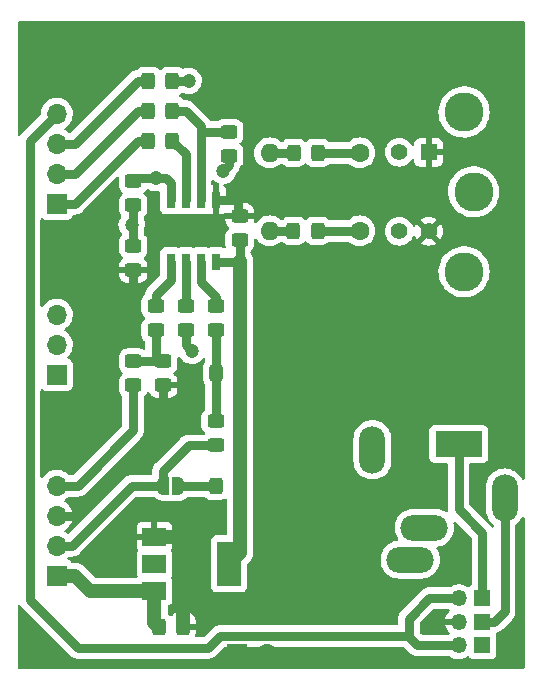
<source format=gbr>
G04 #@! TF.GenerationSoftware,KiCad,Pcbnew,(6.0.0)*
G04 #@! TF.CreationDate,2022-02-19T22:35:43+01:00*
G04 #@! TF.ProjectId,rfreplacement,72667265-706c-4616-9365-6d656e742e6b,rev?*
G04 #@! TF.SameCoordinates,Original*
G04 #@! TF.FileFunction,Copper,L1,Top*
G04 #@! TF.FilePolarity,Positive*
%FSLAX46Y46*%
G04 Gerber Fmt 4.6, Leading zero omitted, Abs format (unit mm)*
G04 Created by KiCad (PCBNEW (6.0.0)) date 2022-02-19 22:35:43*
%MOMM*%
%LPD*%
G01*
G04 APERTURE LIST*
G04 Aperture macros list*
%AMRoundRect*
0 Rectangle with rounded corners*
0 $1 Rounding radius*
0 $2 $3 $4 $5 $6 $7 $8 $9 X,Y pos of 4 corners*
0 Add a 4 corners polygon primitive as box body*
4,1,4,$2,$3,$4,$5,$6,$7,$8,$9,$2,$3,0*
0 Add four circle primitives for the rounded corners*
1,1,$1+$1,$2,$3*
1,1,$1+$1,$4,$5*
1,1,$1+$1,$6,$7*
1,1,$1+$1,$8,$9*
0 Add four rect primitives between the rounded corners*
20,1,$1+$1,$2,$3,$4,$5,0*
20,1,$1+$1,$4,$5,$6,$7,0*
20,1,$1+$1,$6,$7,$8,$9,0*
20,1,$1+$1,$8,$9,$2,$3,0*%
%AMFreePoly0*
4,1,22,0.500000,-0.750000,0.000000,-0.750000,0.000000,-0.745033,-0.079941,-0.743568,-0.215256,-0.701293,-0.333266,-0.622738,-0.424486,-0.514219,-0.481581,-0.384460,-0.499164,-0.250000,-0.500000,-0.250000,-0.500000,0.250000,-0.499164,0.250000,-0.499963,0.256109,-0.478152,0.396186,-0.417904,0.524511,-0.324060,0.630769,-0.204165,0.706417,-0.067858,0.745374,0.000000,0.744959,0.000000,0.750000,
0.500000,0.750000,0.500000,-0.750000,0.500000,-0.750000,$1*%
%AMFreePoly1*
4,1,20,0.000000,0.744959,0.073905,0.744508,0.209726,0.703889,0.328688,0.626782,0.421226,0.519385,0.479903,0.390333,0.500000,0.250000,0.500000,-0.250000,0.499851,-0.262216,0.476331,-0.402017,0.414519,-0.529596,0.319384,-0.634700,0.198574,-0.708877,0.061801,-0.746166,0.000000,-0.745033,0.000000,-0.750000,-0.500000,-0.750000,-0.500000,0.750000,0.000000,0.750000,0.000000,0.744959,
0.000000,0.744959,$1*%
G04 Aperture macros list end*
G04 #@! TA.AperFunction,ComponentPad*
%ADD10O,1.350000X1.350000*%
G04 #@! TD*
G04 #@! TA.AperFunction,ComponentPad*
%ADD11R,1.350000X1.350000*%
G04 #@! TD*
G04 #@! TA.AperFunction,ComponentPad*
%ADD12R,1.700000X1.700000*%
G04 #@! TD*
G04 #@! TA.AperFunction,ComponentPad*
%ADD13O,1.700000X1.700000*%
G04 #@! TD*
G04 #@! TA.AperFunction,SMDPad,CuDef*
%ADD14R,0.800000X1.450000*%
G04 #@! TD*
G04 #@! TA.AperFunction,SMDPad,CuDef*
%ADD15RoundRect,0.249999X0.325001X0.450001X-0.325001X0.450001X-0.325001X-0.450001X0.325001X-0.450001X0*%
G04 #@! TD*
G04 #@! TA.AperFunction,SMDPad,CuDef*
%ADD16RoundRect,0.249999X0.450001X-0.325001X0.450001X0.325001X-0.450001X0.325001X-0.450001X-0.325001X0*%
G04 #@! TD*
G04 #@! TA.AperFunction,SMDPad,CuDef*
%ADD17RoundRect,0.249999X-0.450001X0.325001X-0.450001X-0.325001X0.450001X-0.325001X0.450001X0.325001X0*%
G04 #@! TD*
G04 #@! TA.AperFunction,SMDPad,CuDef*
%ADD18FreePoly0,180.000000*%
G04 #@! TD*
G04 #@! TA.AperFunction,SMDPad,CuDef*
%ADD19FreePoly1,180.000000*%
G04 #@! TD*
G04 #@! TA.AperFunction,SMDPad,CuDef*
%ADD20RoundRect,0.249999X-0.325001X-0.450001X0.325001X-0.450001X0.325001X0.450001X-0.325001X0.450001X0*%
G04 #@! TD*
G04 #@! TA.AperFunction,SMDPad,CuDef*
%ADD21R,2.000000X1.500000*%
G04 #@! TD*
G04 #@! TA.AperFunction,SMDPad,CuDef*
%ADD22R,2.000000X3.800000*%
G04 #@! TD*
G04 #@! TA.AperFunction,ComponentPad*
%ADD23O,4.000000X2.200000*%
G04 #@! TD*
G04 #@! TA.AperFunction,ComponentPad*
%ADD24O,2.200000X4.000000*%
G04 #@! TD*
G04 #@! TA.AperFunction,ComponentPad*
%ADD25R,4.000000X2.200000*%
G04 #@! TD*
G04 #@! TA.AperFunction,ComponentPad*
%ADD26R,1.398000X1.398000*%
G04 #@! TD*
G04 #@! TA.AperFunction,ComponentPad*
%ADD27C,1.398000*%
G04 #@! TD*
G04 #@! TA.AperFunction,ComponentPad*
%ADD28C,3.306000*%
G04 #@! TD*
G04 #@! TA.AperFunction,ComponentPad*
%ADD29C,1.600000*%
G04 #@! TD*
G04 #@! TA.AperFunction,ComponentPad*
%ADD30O,1.600000X1.600000*%
G04 #@! TD*
G04 #@! TA.AperFunction,SMDPad,CuDef*
%ADD31RoundRect,0.250000X-0.325000X-0.450000X0.325000X-0.450000X0.325000X0.450000X-0.325000X0.450000X0*%
G04 #@! TD*
G04 #@! TA.AperFunction,ViaPad*
%ADD32C,1.200000*%
G04 #@! TD*
G04 #@! TA.AperFunction,ViaPad*
%ADD33C,0.600000*%
G04 #@! TD*
G04 #@! TA.AperFunction,Conductor*
%ADD34C,0.800000*%
G04 #@! TD*
G04 #@! TA.AperFunction,Conductor*
%ADD35C,1.200000*%
G04 #@! TD*
G04 APERTURE END LIST*
D10*
X142000000Y-108500000D03*
D11*
X144000000Y-108500000D03*
D10*
X142000000Y-104500000D03*
D11*
X144000000Y-104500000D03*
X144000000Y-106500000D03*
D10*
X142000000Y-106500000D03*
D12*
X107950000Y-102616000D03*
D13*
X107950000Y-100076000D03*
X107950000Y-97536000D03*
X107950000Y-94996000D03*
D14*
X117602000Y-76031000D03*
X118872000Y-76031000D03*
X120142000Y-76031000D03*
X121412000Y-76031000D03*
X121412000Y-70781000D03*
X120142000Y-70781000D03*
X118872000Y-70781000D03*
X117602000Y-70781000D03*
D15*
X118636000Y-106934000D03*
X116586000Y-106934000D03*
D16*
X123444000Y-74177000D03*
X123444000Y-72127000D03*
D17*
X118872000Y-79756000D03*
X118872000Y-81806000D03*
D16*
X121412000Y-81806000D03*
X121412000Y-79756000D03*
D18*
X118267000Y-94996000D03*
D19*
X116967000Y-94996000D03*
D17*
X122555000Y-65015000D03*
X122555000Y-67065000D03*
X114427000Y-74676000D03*
X114427000Y-76726000D03*
D20*
X115697000Y-60706000D03*
X117747000Y-60706000D03*
D15*
X117747000Y-65786000D03*
X115697000Y-65786000D03*
D20*
X115697000Y-63246000D03*
X117747000Y-63246000D03*
D15*
X123462000Y-94996000D03*
X121412000Y-94996000D03*
X123462000Y-85471000D03*
X121412000Y-85471000D03*
D16*
X114427000Y-86496000D03*
X114427000Y-84446000D03*
D21*
X116230000Y-99300000D03*
X116230000Y-101600000D03*
X116230000Y-103900000D03*
D22*
X122530000Y-101600000D03*
D16*
X114427000Y-71256000D03*
X114427000Y-69206000D03*
D17*
X116967000Y-84446000D03*
X116967000Y-86496000D03*
D16*
X116332000Y-81806000D03*
X116332000Y-79756000D03*
D12*
X107950000Y-85598000D03*
D13*
X107950000Y-83058000D03*
X107950000Y-80518000D03*
D17*
X121412000Y-89526000D03*
X121412000Y-91576000D03*
D12*
X107950000Y-71120000D03*
D13*
X107950000Y-68580000D03*
X107950000Y-66040000D03*
X107950000Y-63500000D03*
D23*
X137886000Y-101240000D03*
X139086000Y-98540000D03*
D24*
X145886000Y-96040000D03*
D25*
X141986000Y-91440000D03*
D24*
X134686000Y-91940000D03*
D26*
X139446000Y-66754000D03*
D27*
X139446000Y-73454000D03*
X136956000Y-66754000D03*
X136956000Y-73454000D03*
D28*
X143256000Y-70104000D03*
X142446000Y-76864000D03*
X142446000Y-63344000D03*
D29*
X133604000Y-66802000D03*
D30*
X125984000Y-66802000D03*
D29*
X133604000Y-73406000D03*
D30*
X125984000Y-73406000D03*
D31*
X127998000Y-73406000D03*
X130048000Y-73406000D03*
X128016000Y-66802000D03*
X130066000Y-66802000D03*
D12*
X145034000Y-84328000D03*
D13*
X145034000Y-81788000D03*
D12*
X123190000Y-109220000D03*
D13*
X125730000Y-109220000D03*
D12*
X123190000Y-56896000D03*
D13*
X125730000Y-56896000D03*
D32*
X116332000Y-68961000D03*
X119126000Y-60706000D03*
X114300000Y-72898000D03*
X119380000Y-83566000D03*
X122047000Y-68326000D03*
D33*
X129540000Y-109220000D03*
X119380000Y-86995000D03*
D32*
X123317000Y-70231000D03*
D33*
X137160000Y-56896000D03*
X140500000Y-106500000D03*
X113030000Y-100330000D03*
D32*
X114427000Y-78486000D03*
D33*
X137160000Y-83820000D03*
X107950000Y-56896000D03*
X129286000Y-70104000D03*
X107950000Y-109220000D03*
X107950000Y-91440000D03*
X107950000Y-76200000D03*
X129540000Y-83820000D03*
X137160000Y-70104000D03*
X107950000Y-60960000D03*
X129540000Y-56896000D03*
X144780000Y-56896000D03*
D34*
X144000000Y-99000000D02*
X141986000Y-96986000D01*
X144000000Y-104500000D02*
X144000000Y-99000000D01*
X141986000Y-96986000D02*
X141986000Y-91440000D01*
X137696000Y-107696000D02*
X137770489Y-107770489D01*
X120798978Y-108712000D02*
X121814978Y-107696000D01*
X109728000Y-108712000D02*
X120798978Y-108712000D01*
X105664000Y-104648000D02*
X109728000Y-108712000D01*
X105664000Y-65786000D02*
X105664000Y-104648000D01*
X107950000Y-63500000D02*
X105664000Y-65786000D01*
X121814978Y-107696000D02*
X137696000Y-107696000D01*
X137770489Y-106229511D02*
X137770489Y-107770489D01*
X139500000Y-104500000D02*
X137770489Y-106229511D01*
X142000000Y-104500000D02*
X139500000Y-104500000D01*
X145000000Y-106500000D02*
X144000000Y-106500000D01*
X145886000Y-105614000D02*
X145000000Y-106500000D01*
X145886000Y-96040000D02*
X145886000Y-105614000D01*
X138500000Y-108500000D02*
X142000000Y-108500000D01*
X137770489Y-107770489D02*
X138500000Y-108500000D01*
X116332000Y-78867000D02*
X116332000Y-79756000D01*
X117602000Y-77597000D02*
X116332000Y-78867000D01*
X117602000Y-76031000D02*
X117602000Y-77597000D01*
X118872000Y-76031000D02*
X118872000Y-79756000D01*
X120142000Y-76031000D02*
X120142000Y-77724000D01*
X121412000Y-78994000D02*
X121412000Y-79756000D01*
X120142000Y-77724000D02*
X121412000Y-78994000D01*
X123377000Y-76031000D02*
X121412000Y-76031000D01*
D35*
X123462000Y-100668000D02*
X123462000Y-85471000D01*
X123462000Y-85471000D02*
X123462000Y-75946000D01*
D34*
X123444000Y-75928000D02*
X123444000Y-74177000D01*
D35*
X122530000Y-101600000D02*
X123462000Y-100668000D01*
D34*
X123462000Y-75946000D02*
X123377000Y-76031000D01*
X123462000Y-75946000D02*
X123444000Y-75928000D01*
X116332000Y-68961000D02*
X114672000Y-68961000D01*
X117180528Y-68961000D02*
X116332000Y-68961000D01*
X114672000Y-68961000D02*
X114427000Y-69206000D01*
X117602000Y-70781000D02*
X117602000Y-69382472D01*
X117747000Y-60706000D02*
X119126000Y-60706000D01*
X117602000Y-69382472D02*
X117180528Y-68961000D01*
X118872000Y-70781000D02*
X118872000Y-66911000D01*
X118872000Y-66911000D02*
X117747000Y-65786000D01*
X120142000Y-70781000D02*
X120142000Y-65015000D01*
X120142000Y-64516000D02*
X118872000Y-63246000D01*
X118872000Y-63246000D02*
X117747000Y-63246000D01*
X120142000Y-65015000D02*
X120142000Y-64516000D01*
X122555000Y-65015000D02*
X120142000Y-65015000D01*
X122555000Y-67818000D02*
X122047000Y-68326000D01*
X114427000Y-72771000D02*
X114300000Y-72898000D01*
X118872000Y-83058000D02*
X119380000Y-83566000D01*
X114427000Y-71256000D02*
X114427000Y-72771000D01*
X122555000Y-67065000D02*
X122555000Y-67818000D01*
X114427000Y-74676000D02*
X114427000Y-73025000D01*
X114427000Y-73025000D02*
X114300000Y-72898000D01*
X118872000Y-81806000D02*
X118872000Y-83058000D01*
X116967000Y-84446000D02*
X116332000Y-84446000D01*
X116332000Y-84446000D02*
X114427000Y-84446000D01*
X116332000Y-81806000D02*
X116332000Y-84446000D01*
X121412000Y-89526000D02*
X121412000Y-85471000D01*
X121412000Y-81806000D02*
X121412000Y-85471000D01*
X109474000Y-66040000D02*
X114808000Y-60706000D01*
X114808000Y-60706000D02*
X115697000Y-60706000D01*
X125984000Y-73406000D02*
X127998000Y-73406000D01*
X107950000Y-66040000D02*
X109474000Y-66040000D01*
X114808000Y-65786000D02*
X115697000Y-65786000D01*
X109474000Y-71120000D02*
X114808000Y-65786000D01*
X107950000Y-71120000D02*
X109474000Y-71120000D01*
X109474000Y-68580000D02*
X114808000Y-63246000D01*
X114808000Y-63246000D02*
X115697000Y-63246000D01*
X125984000Y-66802000D02*
X128016000Y-66802000D01*
X107950000Y-68580000D02*
X109474000Y-68580000D01*
X116967000Y-93726000D02*
X119117000Y-91576000D01*
X114300000Y-94996000D02*
X116967000Y-94996000D01*
X107950000Y-100076000D02*
X109220000Y-100076000D01*
X109220000Y-100076000D02*
X114300000Y-94996000D01*
X119117000Y-91576000D02*
X121412000Y-91576000D01*
X116967000Y-94996000D02*
X116967000Y-93726000D01*
X114427000Y-90297000D02*
X114427000Y-86496000D01*
X109728000Y-94996000D02*
X114427000Y-90297000D01*
X107950000Y-94996000D02*
X109728000Y-94996000D01*
X114427000Y-76726000D02*
X114427000Y-78486000D01*
X123105000Y-70781000D02*
X123317000Y-70993000D01*
X121412000Y-70781000D02*
X123105000Y-70781000D01*
X109474000Y-97536000D02*
X107950000Y-97536000D01*
X123317000Y-72136000D02*
X123317000Y-70993000D01*
X116967000Y-90043000D02*
X109474000Y-97536000D01*
D35*
X118430000Y-99300000D02*
X116230000Y-99300000D01*
D34*
X116967000Y-86496000D02*
X116967000Y-90043000D01*
D35*
X118636000Y-106934000D02*
X118636000Y-99506000D01*
D34*
X123317000Y-70993000D02*
X123317000Y-70231000D01*
D35*
X118636000Y-99506000D02*
X118430000Y-99300000D01*
D34*
X118267000Y-94996000D02*
X121412000Y-94996000D01*
X130048000Y-73406000D02*
X133604000Y-73406000D01*
D35*
X109474000Y-102616000D02*
X110753000Y-103895000D01*
X110753000Y-103895000D02*
X116225000Y-103895000D01*
X116230000Y-103900000D02*
X116230000Y-106578000D01*
X116230000Y-106578000D02*
X116586000Y-106934000D01*
X107950000Y-102616000D02*
X109474000Y-102616000D01*
D34*
X130066000Y-66802000D02*
X133604000Y-66802000D01*
G04 #@! TA.AperFunction,Conductor*
G36*
X147512295Y-97593106D02*
G01*
X147560673Y-97645068D01*
X147574000Y-97701467D01*
X147574000Y-110364000D01*
X147553998Y-110432121D01*
X147500342Y-110478614D01*
X147448000Y-110490000D01*
X104774000Y-110490000D01*
X104705879Y-110469998D01*
X104659386Y-110416342D01*
X104648000Y-110364000D01*
X104648000Y-105179959D01*
X104668002Y-105111838D01*
X104721658Y-105065345D01*
X104791932Y-105055241D01*
X104856512Y-105084735D01*
X104886267Y-105122756D01*
X104897871Y-105145530D01*
X104902024Y-105150658D01*
X104902025Y-105150660D01*
X104906727Y-105156466D01*
X104917927Y-105172763D01*
X104921657Y-105179224D01*
X104921660Y-105179228D01*
X104924960Y-105184944D01*
X104929377Y-105189850D01*
X104929381Y-105189855D01*
X104970722Y-105235769D01*
X104975006Y-105240784D01*
X104987928Y-105256741D01*
X105002443Y-105271256D01*
X105006984Y-105276041D01*
X105052747Y-105326866D01*
X105058086Y-105330745D01*
X105058087Y-105330746D01*
X105064135Y-105335140D01*
X105079168Y-105347981D01*
X109028019Y-109296832D01*
X109040860Y-109311865D01*
X109049134Y-109323253D01*
X109083881Y-109354539D01*
X109099959Y-109369016D01*
X109104744Y-109373557D01*
X109119259Y-109388072D01*
X109121823Y-109390148D01*
X109135216Y-109400994D01*
X109140231Y-109405278D01*
X109186145Y-109446619D01*
X109186150Y-109446623D01*
X109191056Y-109451040D01*
X109196772Y-109454340D01*
X109196776Y-109454343D01*
X109203237Y-109458073D01*
X109219533Y-109469273D01*
X109230470Y-109478129D01*
X109236348Y-109481124D01*
X109236351Y-109481126D01*
X109291426Y-109509188D01*
X109297223Y-109512336D01*
X109329691Y-109531081D01*
X109356444Y-109546527D01*
X109369826Y-109550875D01*
X109388085Y-109558438D01*
X109400630Y-109564830D01*
X109407000Y-109566537D01*
X109407003Y-109566538D01*
X109446074Y-109577007D01*
X109466712Y-109582537D01*
X109473025Y-109584407D01*
X109538072Y-109605542D01*
X109552075Y-109607014D01*
X109571504Y-109610615D01*
X109585097Y-109614257D01*
X109591694Y-109614603D01*
X109591696Y-109614603D01*
X109653384Y-109617836D01*
X109659958Y-109618353D01*
X109677116Y-109620156D01*
X109677118Y-109620156D01*
X109680390Y-109620500D01*
X109700926Y-109620500D01*
X109707520Y-109620673D01*
X109769218Y-109623907D01*
X109769223Y-109623907D01*
X109775810Y-109624252D01*
X109789708Y-109622051D01*
X109809417Y-109620500D01*
X120717561Y-109620500D01*
X120737270Y-109622051D01*
X120751168Y-109624252D01*
X120757755Y-109623907D01*
X120757760Y-109623907D01*
X120819458Y-109620673D01*
X120826052Y-109620500D01*
X120846588Y-109620500D01*
X120849860Y-109620156D01*
X120849862Y-109620156D01*
X120867020Y-109618353D01*
X120873594Y-109617836D01*
X120935286Y-109614603D01*
X120935290Y-109614602D01*
X120941881Y-109614257D01*
X120948262Y-109612547D01*
X120948264Y-109612547D01*
X120955469Y-109610617D01*
X120974903Y-109607015D01*
X120982332Y-109606234D01*
X120982341Y-109606232D01*
X120988906Y-109605542D01*
X121053975Y-109584400D01*
X121060277Y-109582533D01*
X121126348Y-109564829D01*
X121138886Y-109558440D01*
X121157152Y-109550875D01*
X121164250Y-109548569D01*
X121164252Y-109548568D01*
X121170534Y-109546527D01*
X121179543Y-109541326D01*
X121229760Y-109512333D01*
X121235557Y-109509185D01*
X121296508Y-109478129D01*
X121307445Y-109469273D01*
X121323741Y-109458073D01*
X121330202Y-109454343D01*
X121330206Y-109454340D01*
X121335922Y-109451040D01*
X121340828Y-109446623D01*
X121340833Y-109446619D01*
X121386747Y-109405278D01*
X121391762Y-109400994D01*
X121405155Y-109390148D01*
X121407719Y-109388072D01*
X121422234Y-109373557D01*
X121427019Y-109369016D01*
X121443097Y-109354539D01*
X121477844Y-109323253D01*
X121486118Y-109311865D01*
X121498959Y-109296832D01*
X122154386Y-108641405D01*
X122216698Y-108607379D01*
X122243481Y-108604500D01*
X137267497Y-108604500D01*
X137335618Y-108624502D01*
X137356592Y-108641405D01*
X137800019Y-109084832D01*
X137812860Y-109099865D01*
X137821134Y-109111253D01*
X137826043Y-109115673D01*
X137871959Y-109157016D01*
X137876744Y-109161557D01*
X137891259Y-109176072D01*
X137893823Y-109178148D01*
X137907216Y-109188994D01*
X137912231Y-109193278D01*
X137958145Y-109234619D01*
X137958150Y-109234623D01*
X137963056Y-109239040D01*
X137968772Y-109242340D01*
X137968776Y-109242343D01*
X137975237Y-109246073D01*
X137991533Y-109257273D01*
X138002470Y-109266129D01*
X138040127Y-109285316D01*
X138063421Y-109297185D01*
X138069218Y-109300333D01*
X138099668Y-109317913D01*
X138128444Y-109334527D01*
X138134726Y-109336568D01*
X138134728Y-109336569D01*
X138141826Y-109338875D01*
X138160092Y-109346440D01*
X138172630Y-109352829D01*
X138179006Y-109354538D01*
X138179010Y-109354539D01*
X138238685Y-109370529D01*
X138245010Y-109372402D01*
X138310072Y-109393542D01*
X138316640Y-109394232D01*
X138316644Y-109394233D01*
X138324061Y-109395012D01*
X138343508Y-109398616D01*
X138357096Y-109402257D01*
X138363695Y-109402603D01*
X138363696Y-109402603D01*
X138425385Y-109405836D01*
X138431960Y-109406353D01*
X138446222Y-109407852D01*
X138452390Y-109408500D01*
X138472925Y-109408500D01*
X138479519Y-109408673D01*
X138541217Y-109411907D01*
X138541222Y-109411907D01*
X138547809Y-109412252D01*
X138561707Y-109410051D01*
X138581416Y-109408500D01*
X141191051Y-109408500D01*
X141261053Y-109429735D01*
X141432863Y-109544536D01*
X141438171Y-109546817D01*
X141438172Y-109546817D01*
X141627409Y-109628119D01*
X141627412Y-109628120D01*
X141632712Y-109630397D01*
X141638342Y-109631671D01*
X141736464Y-109653874D01*
X141844860Y-109678402D01*
X141850631Y-109678629D01*
X141850633Y-109678629D01*
X141923620Y-109681496D01*
X142062205Y-109686941D01*
X142277466Y-109655730D01*
X142282930Y-109653875D01*
X142282935Y-109653874D01*
X142477963Y-109587671D01*
X142477968Y-109587669D01*
X142483435Y-109585813D01*
X142489289Y-109582535D01*
X142614637Y-109512336D01*
X142673213Y-109479532D01*
X142721932Y-109439013D01*
X142787096Y-109410832D01*
X142857151Y-109422356D01*
X142903327Y-109460322D01*
X142961739Y-109538261D01*
X143078295Y-109625615D01*
X143214684Y-109676745D01*
X143276866Y-109683500D01*
X144723134Y-109683500D01*
X144785316Y-109676745D01*
X144921705Y-109625615D01*
X145038261Y-109538261D01*
X145125615Y-109421705D01*
X145176745Y-109285316D01*
X145183500Y-109223134D01*
X145183500Y-107776866D01*
X145176745Y-107714684D01*
X145147934Y-107637832D01*
X145128765Y-107586697D01*
X145128764Y-107586696D01*
X145125615Y-107578295D01*
X145121083Y-107572249D01*
X145106066Y-107503589D01*
X145130802Y-107437041D01*
X145192818Y-107392603D01*
X145201977Y-107389627D01*
X145254997Y-107372400D01*
X145261299Y-107370533D01*
X145327370Y-107352829D01*
X145339908Y-107346440D01*
X145358174Y-107338875D01*
X145365272Y-107336569D01*
X145365274Y-107336568D01*
X145371556Y-107334527D01*
X145430785Y-107300331D01*
X145436579Y-107297185D01*
X145452792Y-107288924D01*
X145497530Y-107266129D01*
X145508467Y-107257273D01*
X145524763Y-107246073D01*
X145531224Y-107242343D01*
X145531228Y-107242340D01*
X145536944Y-107239040D01*
X145541850Y-107234623D01*
X145541855Y-107234619D01*
X145587769Y-107193278D01*
X145592784Y-107188994D01*
X145606177Y-107178148D01*
X145608741Y-107176072D01*
X145623256Y-107161557D01*
X145628041Y-107157016D01*
X145673957Y-107115673D01*
X145678866Y-107111253D01*
X145687140Y-107099865D01*
X145699981Y-107084832D01*
X146470832Y-106313981D01*
X146485865Y-106301140D01*
X146491913Y-106296746D01*
X146491914Y-106296745D01*
X146497253Y-106292866D01*
X146543016Y-106242041D01*
X146547557Y-106237256D01*
X146562072Y-106222741D01*
X146574994Y-106206784D01*
X146579278Y-106201769D01*
X146620619Y-106155855D01*
X146620623Y-106155850D01*
X146625040Y-106150944D01*
X146628340Y-106145228D01*
X146628343Y-106145224D01*
X146632073Y-106138763D01*
X146643273Y-106122466D01*
X146647975Y-106116660D01*
X146647976Y-106116658D01*
X146652129Y-106111530D01*
X146683186Y-106050577D01*
X146686333Y-106044782D01*
X146717223Y-105991279D01*
X146717224Y-105991278D01*
X146720527Y-105985556D01*
X146724875Y-105972173D01*
X146732441Y-105953907D01*
X146735832Y-105947252D01*
X146738829Y-105941370D01*
X146756529Y-105875315D01*
X146758402Y-105868991D01*
X146777500Y-105810212D01*
X146779542Y-105803928D01*
X146780390Y-105795864D01*
X146781012Y-105789939D01*
X146784617Y-105770486D01*
X146786547Y-105763285D01*
X146788257Y-105756904D01*
X146789167Y-105739548D01*
X146791836Y-105688615D01*
X146792353Y-105682040D01*
X146794156Y-105664882D01*
X146794500Y-105661610D01*
X146794500Y-105641075D01*
X146794673Y-105634481D01*
X146797907Y-105572783D01*
X146797907Y-105572778D01*
X146798252Y-105566191D01*
X146796051Y-105552293D01*
X146794500Y-105532584D01*
X146794500Y-98337472D01*
X146814502Y-98269351D01*
X146838669Y-98241661D01*
X146848596Y-98233183D01*
X147026898Y-98080898D01*
X147191328Y-97888376D01*
X147323616Y-97672502D01*
X147331592Y-97653247D01*
X147376140Y-97597968D01*
X147443504Y-97575547D01*
X147512295Y-97593106D01*
G37*
G04 #@! TD.AperFunction*
G04 #@! TA.AperFunction,Conductor*
G36*
X147516121Y-55646002D02*
G01*
X147562614Y-55699658D01*
X147574000Y-55752000D01*
X147574000Y-94378533D01*
X147553998Y-94446654D01*
X147500342Y-94493147D01*
X147430068Y-94503251D01*
X147365488Y-94473757D01*
X147331591Y-94426752D01*
X147325509Y-94412068D01*
X147323616Y-94407498D01*
X147191328Y-94191624D01*
X147026898Y-93999102D01*
X146834376Y-93834672D01*
X146636168Y-93713210D01*
X146622722Y-93704970D01*
X146618502Y-93702384D01*
X146613932Y-93700491D01*
X146613928Y-93700489D01*
X146389164Y-93607389D01*
X146389162Y-93607388D01*
X146384591Y-93605495D01*
X146264742Y-93576722D01*
X146143216Y-93547546D01*
X146143210Y-93547545D01*
X146138403Y-93546391D01*
X145886000Y-93526526D01*
X145633597Y-93546391D01*
X145628790Y-93547545D01*
X145628784Y-93547546D01*
X145507258Y-93576722D01*
X145387409Y-93605495D01*
X145382838Y-93607388D01*
X145382836Y-93607389D01*
X145158072Y-93700489D01*
X145158068Y-93700491D01*
X145153498Y-93702384D01*
X145149278Y-93704970D01*
X145135832Y-93713210D01*
X144937624Y-93834672D01*
X144745102Y-93999102D01*
X144580672Y-94191624D01*
X144448384Y-94407498D01*
X144446491Y-94412068D01*
X144446489Y-94412072D01*
X144412907Y-94493147D01*
X144351495Y-94641409D01*
X144292391Y-94887597D01*
X144277500Y-95076801D01*
X144277500Y-97003199D01*
X144277693Y-97005648D01*
X144277693Y-97005655D01*
X144281759Y-97057310D01*
X144292391Y-97192403D01*
X144293545Y-97197210D01*
X144293546Y-97197216D01*
X144321432Y-97313370D01*
X144351495Y-97438591D01*
X144353388Y-97443162D01*
X144353389Y-97443164D01*
X144440409Y-97653248D01*
X144448384Y-97672502D01*
X144580672Y-97888376D01*
X144745102Y-98080898D01*
X144923405Y-98233183D01*
X144933331Y-98241661D01*
X144972140Y-98301112D01*
X144977500Y-98337472D01*
X144977500Y-98405842D01*
X144957498Y-98473963D01*
X144903842Y-98520456D01*
X144833568Y-98530560D01*
X144768988Y-98501066D01*
X144746545Y-98473885D01*
X144746224Y-98474118D01*
X144742462Y-98468941D01*
X144742381Y-98468842D01*
X144742343Y-98468776D01*
X144742340Y-98468772D01*
X144739040Y-98463056D01*
X144734623Y-98458150D01*
X144734619Y-98458145D01*
X144693278Y-98412231D01*
X144688994Y-98407216D01*
X144678148Y-98393823D01*
X144676072Y-98391259D01*
X144661557Y-98376744D01*
X144657016Y-98371959D01*
X144625964Y-98337472D01*
X144611253Y-98321134D01*
X144599865Y-98312860D01*
X144584832Y-98300019D01*
X142931405Y-96646592D01*
X142897379Y-96584280D01*
X142894500Y-96557497D01*
X142894500Y-93174500D01*
X142914502Y-93106379D01*
X142968158Y-93059886D01*
X143020500Y-93048500D01*
X144034134Y-93048500D01*
X144096316Y-93041745D01*
X144232705Y-92990615D01*
X144349261Y-92903261D01*
X144436615Y-92786705D01*
X144487745Y-92650316D01*
X144494500Y-92588134D01*
X144494500Y-90291866D01*
X144487745Y-90229684D01*
X144436615Y-90093295D01*
X144349261Y-89976739D01*
X144232705Y-89889385D01*
X144096316Y-89838255D01*
X144034134Y-89831500D01*
X139937866Y-89831500D01*
X139875684Y-89838255D01*
X139739295Y-89889385D01*
X139622739Y-89976739D01*
X139535385Y-90093295D01*
X139484255Y-90229684D01*
X139477500Y-90291866D01*
X139477500Y-92588134D01*
X139484255Y-92650316D01*
X139535385Y-92786705D01*
X139622739Y-92903261D01*
X139739295Y-92990615D01*
X139875684Y-93041745D01*
X139937866Y-93048500D01*
X140951500Y-93048500D01*
X141019621Y-93068502D01*
X141066114Y-93122158D01*
X141077500Y-93174500D01*
X141077500Y-96904583D01*
X141075949Y-96924292D01*
X141073748Y-96938190D01*
X141074093Y-96944777D01*
X141074093Y-96944782D01*
X141077327Y-97006480D01*
X141077500Y-97013074D01*
X141077500Y-97033610D01*
X141077844Y-97036882D01*
X141077844Y-97036884D01*
X141079647Y-97054042D01*
X141080164Y-97060617D01*
X141081892Y-97093593D01*
X141065482Y-97162668D01*
X141014333Y-97211905D01*
X140944684Y-97225672D01*
X140890230Y-97207619D01*
X140722732Y-97104975D01*
X140722721Y-97104969D01*
X140718502Y-97102384D01*
X140713932Y-97100491D01*
X140713928Y-97100489D01*
X140489164Y-97007389D01*
X140489162Y-97007388D01*
X140484591Y-97005495D01*
X140399968Y-96985179D01*
X140243216Y-96947546D01*
X140243210Y-96947545D01*
X140238403Y-96946391D01*
X140134202Y-96938190D01*
X140051655Y-96931693D01*
X140051648Y-96931693D01*
X140049199Y-96931500D01*
X138122801Y-96931500D01*
X138120352Y-96931693D01*
X138120345Y-96931693D01*
X138037798Y-96938190D01*
X137933597Y-96946391D01*
X137928790Y-96947545D01*
X137928784Y-96947546D01*
X137772032Y-96985179D01*
X137687409Y-97005495D01*
X137682838Y-97007388D01*
X137682836Y-97007389D01*
X137458072Y-97100489D01*
X137458068Y-97100491D01*
X137453498Y-97102384D01*
X137237624Y-97234672D01*
X137045102Y-97399102D01*
X136880672Y-97591624D01*
X136748384Y-97807498D01*
X136746491Y-97812068D01*
X136746489Y-97812072D01*
X136658756Y-98023879D01*
X136651495Y-98041409D01*
X136638812Y-98094240D01*
X136597038Y-98268241D01*
X136592391Y-98287597D01*
X136572526Y-98540000D01*
X136592391Y-98792403D01*
X136593545Y-98797210D01*
X136593546Y-98797216D01*
X136627370Y-98938101D01*
X136651495Y-99038591D01*
X136653388Y-99043162D01*
X136653389Y-99043164D01*
X136741040Y-99254771D01*
X136748384Y-99272502D01*
X136750970Y-99276722D01*
X136858849Y-99452764D01*
X136877387Y-99521298D01*
X136855931Y-99588974D01*
X136801292Y-99634307D01*
X136761302Y-99644211D01*
X136733597Y-99646391D01*
X136728790Y-99647545D01*
X136728784Y-99647546D01*
X136589864Y-99680898D01*
X136487409Y-99705495D01*
X136482838Y-99707388D01*
X136482836Y-99707389D01*
X136258072Y-99800489D01*
X136258068Y-99800491D01*
X136253498Y-99802384D01*
X136037624Y-99934672D01*
X135845102Y-100099102D01*
X135680672Y-100291624D01*
X135548384Y-100507498D01*
X135546491Y-100512068D01*
X135546489Y-100512072D01*
X135478644Y-100675865D01*
X135451495Y-100741409D01*
X135450340Y-100746221D01*
X135393650Y-100982353D01*
X135392391Y-100987597D01*
X135372526Y-101240000D01*
X135392391Y-101492403D01*
X135393545Y-101497210D01*
X135393546Y-101497216D01*
X135423564Y-101622251D01*
X135451495Y-101738591D01*
X135453388Y-101743162D01*
X135453389Y-101743164D01*
X135520795Y-101905895D01*
X135548384Y-101972502D01*
X135680672Y-102188376D01*
X135845102Y-102380898D01*
X136037624Y-102545328D01*
X136253498Y-102677616D01*
X136258068Y-102679509D01*
X136258072Y-102679511D01*
X136468078Y-102766498D01*
X136487409Y-102774505D01*
X136538368Y-102786739D01*
X136728784Y-102832454D01*
X136728790Y-102832455D01*
X136733597Y-102833609D01*
X136833416Y-102841465D01*
X136920345Y-102848307D01*
X136920352Y-102848307D01*
X136922801Y-102848500D01*
X138849199Y-102848500D01*
X138851648Y-102848307D01*
X138851655Y-102848307D01*
X138938584Y-102841465D01*
X139038403Y-102833609D01*
X139043210Y-102832455D01*
X139043216Y-102832454D01*
X139233632Y-102786739D01*
X139284591Y-102774505D01*
X139303922Y-102766498D01*
X139513928Y-102679511D01*
X139513932Y-102679509D01*
X139518502Y-102677616D01*
X139734376Y-102545328D01*
X139926898Y-102380898D01*
X140091328Y-102188376D01*
X140223616Y-101972502D01*
X140251206Y-101905895D01*
X140318611Y-101743164D01*
X140318612Y-101743162D01*
X140320505Y-101738591D01*
X140348436Y-101622251D01*
X140378454Y-101497216D01*
X140378455Y-101497210D01*
X140379609Y-101492403D01*
X140399474Y-101240000D01*
X140379609Y-100987597D01*
X140378351Y-100982353D01*
X140321660Y-100746221D01*
X140320505Y-100741409D01*
X140293356Y-100675865D01*
X140225511Y-100512072D01*
X140225509Y-100512068D01*
X140223616Y-100507498D01*
X140113151Y-100327236D01*
X140094613Y-100258702D01*
X140116069Y-100191026D01*
X140170708Y-100145693D01*
X140210698Y-100135789D01*
X140238403Y-100133609D01*
X140243210Y-100132455D01*
X140243216Y-100132454D01*
X140400601Y-100094669D01*
X140484591Y-100074505D01*
X140489164Y-100072611D01*
X140713928Y-99979511D01*
X140713932Y-99979509D01*
X140718502Y-99977616D01*
X140934376Y-99845328D01*
X141126898Y-99680898D01*
X141291328Y-99488376D01*
X141423616Y-99272502D01*
X141430961Y-99254771D01*
X141518611Y-99043164D01*
X141518612Y-99043162D01*
X141520505Y-99038591D01*
X141544630Y-98938101D01*
X141578454Y-98797216D01*
X141578455Y-98797210D01*
X141579609Y-98792403D01*
X141599474Y-98540000D01*
X141579609Y-98287597D01*
X141574963Y-98268241D01*
X141550212Y-98165148D01*
X141553759Y-98094240D01*
X141595079Y-98036506D01*
X141661053Y-98010276D01*
X141730734Y-98023879D01*
X141761826Y-98046639D01*
X143054595Y-99339408D01*
X143088621Y-99401720D01*
X143091500Y-99428503D01*
X143091500Y-103301461D01*
X143071498Y-103369582D01*
X143041065Y-103402287D01*
X143003865Y-103430167D01*
X142961739Y-103461739D01*
X142956358Y-103468919D01*
X142905538Y-103536728D01*
X142848679Y-103579243D01*
X142777860Y-103584269D01*
X142728012Y-103561129D01*
X142727795Y-103560963D01*
X142723556Y-103557044D01*
X142539599Y-103440976D01*
X142337572Y-103360376D01*
X142124239Y-103317941D01*
X142118464Y-103317865D01*
X142118460Y-103317865D01*
X142009419Y-103316438D01*
X141906746Y-103315094D01*
X141901049Y-103316073D01*
X141901048Y-103316073D01*
X141698065Y-103350952D01*
X141698062Y-103350953D01*
X141692375Y-103351930D01*
X141488307Y-103427214D01*
X141430276Y-103461739D01*
X141306344Y-103535471D01*
X141306341Y-103535473D01*
X141301376Y-103538427D01*
X141297032Y-103542237D01*
X141297026Y-103542241D01*
X141276511Y-103560232D01*
X141212107Y-103590109D01*
X141193434Y-103591500D01*
X139581417Y-103591500D01*
X139561708Y-103589949D01*
X139547810Y-103587748D01*
X139541223Y-103588093D01*
X139541218Y-103588093D01*
X139479520Y-103591327D01*
X139472926Y-103591500D01*
X139452390Y-103591500D01*
X139449118Y-103591844D01*
X139449116Y-103591844D01*
X139431958Y-103593647D01*
X139425384Y-103594164D01*
X139363696Y-103597397D01*
X139363694Y-103597397D01*
X139357097Y-103597743D01*
X139343504Y-103601385D01*
X139324075Y-103604986D01*
X139310072Y-103606458D01*
X139245025Y-103627593D01*
X139238712Y-103629463D01*
X139218074Y-103634993D01*
X139179003Y-103645462D01*
X139179000Y-103645463D01*
X139172630Y-103647170D01*
X139160085Y-103653562D01*
X139141826Y-103661125D01*
X139128444Y-103665473D01*
X139122723Y-103668776D01*
X139069223Y-103699664D01*
X139063426Y-103702812D01*
X139008351Y-103730874D01*
X139008348Y-103730876D01*
X139002470Y-103733871D01*
X138997342Y-103738024D01*
X138997340Y-103738025D01*
X138991534Y-103742727D01*
X138975237Y-103753927D01*
X138968776Y-103757657D01*
X138968772Y-103757660D01*
X138963056Y-103760960D01*
X138958150Y-103765377D01*
X138958145Y-103765381D01*
X138912231Y-103806722D01*
X138907216Y-103811006D01*
X138898718Y-103817888D01*
X138891259Y-103823928D01*
X138876744Y-103838443D01*
X138871959Y-103842984D01*
X138821134Y-103888747D01*
X138817255Y-103894086D01*
X138817254Y-103894087D01*
X138812860Y-103900135D01*
X138800019Y-103915168D01*
X137185657Y-105529530D01*
X137170624Y-105542371D01*
X137159236Y-105550645D01*
X137145238Y-105566191D01*
X137113473Y-105601470D01*
X137108932Y-105606255D01*
X137094417Y-105620770D01*
X137092341Y-105623334D01*
X137081495Y-105636727D01*
X137077211Y-105641742D01*
X137035870Y-105687656D01*
X137035866Y-105687661D01*
X137031449Y-105692567D01*
X137028149Y-105698283D01*
X137028146Y-105698287D01*
X137024416Y-105704748D01*
X137013216Y-105721044D01*
X137004360Y-105731981D01*
X136995024Y-105750304D01*
X136973304Y-105792932D01*
X136970158Y-105798726D01*
X136935962Y-105857955D01*
X136933921Y-105864237D01*
X136933920Y-105864239D01*
X136931614Y-105871337D01*
X136924049Y-105889603D01*
X136917660Y-105902141D01*
X136905573Y-105947252D01*
X136899958Y-105968206D01*
X136898089Y-105974514D01*
X136876947Y-106039583D01*
X136876257Y-106046148D01*
X136876255Y-106046157D01*
X136875474Y-106053586D01*
X136871872Y-106073020D01*
X136869942Y-106080225D01*
X136868232Y-106086608D01*
X136867887Y-106093199D01*
X136867886Y-106093203D01*
X136864653Y-106154895D01*
X136864136Y-106161469D01*
X136862333Y-106178627D01*
X136861989Y-106181901D01*
X136861989Y-106202437D01*
X136861816Y-106209031D01*
X136858237Y-106277321D01*
X136859269Y-106283836D01*
X136860438Y-106291216D01*
X136861989Y-106310928D01*
X136861989Y-106661500D01*
X136841987Y-106729621D01*
X136788331Y-106776114D01*
X136735989Y-106787500D01*
X121896395Y-106787500D01*
X121876686Y-106785949D01*
X121862788Y-106783748D01*
X121856201Y-106784093D01*
X121856196Y-106784093D01*
X121794498Y-106787327D01*
X121787904Y-106787500D01*
X121767368Y-106787500D01*
X121764096Y-106787844D01*
X121764094Y-106787844D01*
X121746936Y-106789647D01*
X121740362Y-106790164D01*
X121678670Y-106793397D01*
X121678666Y-106793398D01*
X121672075Y-106793743D01*
X121665694Y-106795453D01*
X121665692Y-106795453D01*
X121658487Y-106797383D01*
X121639053Y-106800985D01*
X121631624Y-106801766D01*
X121631615Y-106801768D01*
X121625050Y-106802458D01*
X121559981Y-106823600D01*
X121553679Y-106825467D01*
X121487608Y-106843171D01*
X121475071Y-106849559D01*
X121456804Y-106857125D01*
X121449706Y-106859431D01*
X121449704Y-106859432D01*
X121443422Y-106861473D01*
X121437700Y-106864776D01*
X121437699Y-106864777D01*
X121384196Y-106895667D01*
X121378401Y-106898814D01*
X121317448Y-106929871D01*
X121312320Y-106934024D01*
X121312318Y-106934025D01*
X121306512Y-106938727D01*
X121290215Y-106949927D01*
X121283754Y-106953657D01*
X121283750Y-106953660D01*
X121278034Y-106956960D01*
X121273128Y-106961377D01*
X121273123Y-106961381D01*
X121227209Y-107002722D01*
X121222194Y-107007006D01*
X121213696Y-107013888D01*
X121206237Y-107019928D01*
X121191722Y-107034443D01*
X121186937Y-107038984D01*
X121136112Y-107084747D01*
X121132233Y-107090086D01*
X121132232Y-107090087D01*
X121127838Y-107096135D01*
X121114997Y-107111168D01*
X120459570Y-107766595D01*
X120397258Y-107800621D01*
X120370475Y-107803500D01*
X119795036Y-107803500D01*
X119726915Y-107783498D01*
X119680422Y-107729842D01*
X119670318Y-107659568D01*
X119675443Y-107637832D01*
X119706138Y-107545291D01*
X119709005Y-107531915D01*
X119718672Y-107437563D01*
X119719000Y-107431147D01*
X119719000Y-107206115D01*
X119714525Y-107190876D01*
X119713135Y-107189671D01*
X119705452Y-107188000D01*
X118508000Y-107188000D01*
X118439879Y-107167998D01*
X118393386Y-107114342D01*
X118382000Y-107062000D01*
X118382000Y-106661885D01*
X118890000Y-106661885D01*
X118894475Y-106677124D01*
X118895865Y-106678329D01*
X118903548Y-106680000D01*
X119700885Y-106680000D01*
X119716124Y-106675525D01*
X119717329Y-106674135D01*
X119719000Y-106666452D01*
X119719000Y-106436902D01*
X119718663Y-106430387D01*
X119708744Y-106334795D01*
X119705850Y-106321396D01*
X119654412Y-106167215D01*
X119648238Y-106154036D01*
X119562937Y-106016190D01*
X119553901Y-106004791D01*
X119439172Y-105890262D01*
X119427761Y-105881250D01*
X119289758Y-105796184D01*
X119276577Y-105790037D01*
X119122291Y-105738862D01*
X119108915Y-105735995D01*
X119014563Y-105726328D01*
X119008146Y-105726000D01*
X118908115Y-105726000D01*
X118892876Y-105730475D01*
X118891671Y-105731865D01*
X118890000Y-105739548D01*
X118890000Y-106661885D01*
X118382000Y-106661885D01*
X118382000Y-105744115D01*
X118377525Y-105728876D01*
X118376135Y-105727671D01*
X118368452Y-105726000D01*
X118263902Y-105726000D01*
X118257387Y-105726337D01*
X118161795Y-105736256D01*
X118148396Y-105739150D01*
X117994215Y-105790588D01*
X117981036Y-105796762D01*
X117843190Y-105882063D01*
X117831791Y-105891099D01*
X117717263Y-106005827D01*
X117710205Y-106014763D01*
X117652286Y-106055823D01*
X117581363Y-106059051D01*
X117519953Y-106023423D01*
X117513156Y-106015593D01*
X117509479Y-106009651D01*
X117384303Y-105884694D01*
X117384396Y-105884601D01*
X117345344Y-105829517D01*
X117338500Y-105788555D01*
X117338500Y-105239754D01*
X117358502Y-105171633D01*
X117412158Y-105125140D01*
X117420270Y-105121772D01*
X117468297Y-105103767D01*
X117476705Y-105100615D01*
X117593261Y-105013261D01*
X117680615Y-104896705D01*
X117731745Y-104760316D01*
X117738500Y-104698134D01*
X117738500Y-103101866D01*
X117731745Y-103039684D01*
X117680615Y-102903295D01*
X117675229Y-102896108D01*
X117622360Y-102825565D01*
X117597512Y-102759058D01*
X117612565Y-102689676D01*
X117622360Y-102674435D01*
X117675229Y-102603892D01*
X117675230Y-102603890D01*
X117680615Y-102596705D01*
X117731745Y-102460316D01*
X117738500Y-102398134D01*
X117738500Y-100801866D01*
X117731745Y-100739684D01*
X117680615Y-100603295D01*
X117622047Y-100525148D01*
X117597199Y-100458642D01*
X117612252Y-100389259D01*
X117622047Y-100374018D01*
X117674786Y-100303648D01*
X117683324Y-100288054D01*
X117728478Y-100167606D01*
X117732105Y-100152351D01*
X117737631Y-100101486D01*
X117738000Y-100094672D01*
X117738000Y-99572115D01*
X117733525Y-99556876D01*
X117732135Y-99555671D01*
X117724452Y-99554000D01*
X114740116Y-99554000D01*
X114724877Y-99558475D01*
X114723672Y-99559865D01*
X114722001Y-99567548D01*
X114722001Y-100094669D01*
X114722371Y-100101490D01*
X114727895Y-100152352D01*
X114731521Y-100167604D01*
X114776676Y-100288054D01*
X114785214Y-100303648D01*
X114837953Y-100374018D01*
X114862801Y-100440524D01*
X114847748Y-100509907D01*
X114837953Y-100525148D01*
X114779385Y-100603295D01*
X114728255Y-100739684D01*
X114721500Y-100801866D01*
X114721500Y-102398134D01*
X114728255Y-102460316D01*
X114731029Y-102467715D01*
X114761093Y-102547910D01*
X114779385Y-102596705D01*
X114782958Y-102601473D01*
X114797804Y-102669347D01*
X114773068Y-102735895D01*
X114716281Y-102778506D01*
X114672115Y-102786500D01*
X111264346Y-102786500D01*
X111196225Y-102766498D01*
X111175251Y-102749595D01*
X110331551Y-101905895D01*
X110324565Y-101897621D01*
X110324335Y-101897820D01*
X110320412Y-101893275D01*
X110316946Y-101888389D01*
X110249984Y-101824287D01*
X110248020Y-101822364D01*
X110220460Y-101794804D01*
X110218145Y-101792892D01*
X110214739Y-101790079D01*
X110207855Y-101783957D01*
X110164150Y-101742119D01*
X110159114Y-101738867D01*
X110159110Y-101738864D01*
X110136008Y-101723947D01*
X110124126Y-101715251D01*
X110102919Y-101697738D01*
X110102916Y-101697736D01*
X110098295Y-101693920D01*
X110045203Y-101664913D01*
X110037283Y-101660202D01*
X109986452Y-101627380D01*
X109980884Y-101625136D01*
X109980882Y-101625135D01*
X109955381Y-101614858D01*
X109942068Y-101608565D01*
X109940413Y-101607661D01*
X109912671Y-101592504D01*
X109906959Y-101590676D01*
X109906953Y-101590673D01*
X109855049Y-101574059D01*
X109846375Y-101570928D01*
X109790263Y-101548314D01*
X109757392Y-101541895D01*
X109743125Y-101538232D01*
X109716927Y-101529846D01*
X109716925Y-101529846D01*
X109711219Y-101528019D01*
X109705272Y-101527305D01*
X109705265Y-101527303D01*
X109651154Y-101520802D01*
X109642033Y-101519366D01*
X109615473Y-101514179D01*
X109582663Y-101507772D01*
X109577101Y-101507500D01*
X109547960Y-101507500D01*
X109532932Y-101506601D01*
X109507155Y-101503504D01*
X109507149Y-101503504D01*
X109501207Y-101502790D01*
X109495232Y-101503213D01*
X109495229Y-101503213D01*
X109439137Y-101507185D01*
X109430238Y-101507500D01*
X109304802Y-101507500D01*
X109236681Y-101487498D01*
X109203976Y-101457065D01*
X109192700Y-101442019D01*
X109163261Y-101402739D01*
X109046705Y-101315385D01*
X109034132Y-101310672D01*
X108928203Y-101270960D01*
X108871439Y-101228318D01*
X108846739Y-101161756D01*
X108861947Y-101092408D01*
X108883493Y-101063728D01*
X108926119Y-101021250D01*
X108988490Y-100987333D01*
X109015059Y-100984500D01*
X109138583Y-100984500D01*
X109158292Y-100986051D01*
X109172190Y-100988252D01*
X109178777Y-100987907D01*
X109178782Y-100987907D01*
X109240480Y-100984673D01*
X109247074Y-100984500D01*
X109267610Y-100984500D01*
X109270882Y-100984156D01*
X109270884Y-100984156D01*
X109288042Y-100982353D01*
X109294616Y-100981836D01*
X109356308Y-100978603D01*
X109356312Y-100978602D01*
X109362903Y-100978257D01*
X109369284Y-100976547D01*
X109369286Y-100976547D01*
X109376491Y-100974617D01*
X109395925Y-100971015D01*
X109403354Y-100970234D01*
X109403363Y-100970232D01*
X109409928Y-100969542D01*
X109474997Y-100948400D01*
X109481299Y-100946533D01*
X109547370Y-100928829D01*
X109559908Y-100922440D01*
X109578174Y-100914875D01*
X109585272Y-100912569D01*
X109585274Y-100912568D01*
X109591556Y-100910527D01*
X109650785Y-100876331D01*
X109656579Y-100873185D01*
X109717530Y-100842129D01*
X109728467Y-100833273D01*
X109744763Y-100822073D01*
X109751224Y-100818343D01*
X109751228Y-100818340D01*
X109756944Y-100815040D01*
X109761850Y-100810623D01*
X109761855Y-100810619D01*
X109807769Y-100769278D01*
X109812784Y-100764994D01*
X109826177Y-100754148D01*
X109828741Y-100752072D01*
X109843256Y-100737557D01*
X109848041Y-100733016D01*
X109893957Y-100691673D01*
X109898866Y-100687253D01*
X109907140Y-100675865D01*
X109919981Y-100660832D01*
X111552928Y-99027885D01*
X114722000Y-99027885D01*
X114726475Y-99043124D01*
X114727865Y-99044329D01*
X114735548Y-99046000D01*
X115957885Y-99046000D01*
X115973124Y-99041525D01*
X115974329Y-99040135D01*
X115976000Y-99032452D01*
X115976000Y-99027885D01*
X116484000Y-99027885D01*
X116488475Y-99043124D01*
X116489865Y-99044329D01*
X116497548Y-99046000D01*
X117719884Y-99046000D01*
X117735123Y-99041525D01*
X117736328Y-99040135D01*
X117737999Y-99032452D01*
X117737999Y-98505331D01*
X117737629Y-98498510D01*
X117732105Y-98447648D01*
X117728479Y-98432396D01*
X117683324Y-98311946D01*
X117674786Y-98296351D01*
X117598285Y-98194276D01*
X117585724Y-98181715D01*
X117483649Y-98105214D01*
X117468054Y-98096676D01*
X117347606Y-98051522D01*
X117332351Y-98047895D01*
X117281486Y-98042369D01*
X117274672Y-98042000D01*
X116502115Y-98042000D01*
X116486876Y-98046475D01*
X116485671Y-98047865D01*
X116484000Y-98055548D01*
X116484000Y-99027885D01*
X115976000Y-99027885D01*
X115976000Y-98060116D01*
X115971525Y-98044877D01*
X115970135Y-98043672D01*
X115962452Y-98042001D01*
X115185331Y-98042001D01*
X115178510Y-98042371D01*
X115127648Y-98047895D01*
X115112396Y-98051521D01*
X114991946Y-98096676D01*
X114976351Y-98105214D01*
X114874276Y-98181715D01*
X114861715Y-98194276D01*
X114785214Y-98296351D01*
X114776676Y-98311946D01*
X114731522Y-98432394D01*
X114727895Y-98447649D01*
X114722369Y-98498514D01*
X114722000Y-98505328D01*
X114722000Y-99027885D01*
X111552928Y-99027885D01*
X114639408Y-95941405D01*
X114701720Y-95907379D01*
X114728503Y-95904500D01*
X116138451Y-95904500D01*
X116206572Y-95924502D01*
X116233904Y-95948252D01*
X116245748Y-95961998D01*
X116355511Y-96057750D01*
X116359272Y-96060188D01*
X116359275Y-96060190D01*
X116366943Y-96065160D01*
X116475696Y-96135650D01*
X116479757Y-96137526D01*
X116479758Y-96137527D01*
X116603055Y-96194498D01*
X116607924Y-96196748D01*
X116643583Y-96207412D01*
X116740844Y-96236499D01*
X116740849Y-96236500D01*
X116745142Y-96237784D01*
X116749574Y-96238446D01*
X116749577Y-96238447D01*
X116884765Y-96258650D01*
X116884768Y-96258650D01*
X116889196Y-96259312D01*
X116963855Y-96259768D01*
X117027945Y-96260160D01*
X117027950Y-96260160D01*
X117032417Y-96260187D01*
X117034861Y-96259852D01*
X117038656Y-96259729D01*
X117467000Y-96259729D01*
X117498986Y-96257441D01*
X117533373Y-96254982D01*
X117533374Y-96254982D01*
X117540111Y-96254500D01*
X117576440Y-96243833D01*
X117629868Y-96240012D01*
X117767000Y-96259729D01*
X118257008Y-96259729D01*
X118257778Y-96259731D01*
X118327931Y-96260160D01*
X118327937Y-96260160D01*
X118332417Y-96260187D01*
X118416507Y-96248669D01*
X118472276Y-96241030D01*
X118472280Y-96241029D01*
X118476727Y-96240420D01*
X118614436Y-96201063D01*
X118747398Y-96141586D01*
X118751180Y-96139200D01*
X118751187Y-96139196D01*
X118829166Y-96089994D01*
X118868526Y-96065160D01*
X118979452Y-95970754D01*
X119000348Y-95947093D01*
X119060433Y-95909275D01*
X119094790Y-95904500D01*
X120420519Y-95904500D01*
X120488640Y-95924502D01*
X120509531Y-95941322D01*
X120613697Y-96045306D01*
X120764261Y-96138115D01*
X120817502Y-96155774D01*
X120925610Y-96191632D01*
X120925612Y-96191632D01*
X120932138Y-96193797D01*
X120938974Y-96194497D01*
X120938977Y-96194498D01*
X120973481Y-96198033D01*
X121036599Y-96204500D01*
X121409105Y-96204500D01*
X121787400Y-96204499D01*
X121893167Y-96193526D01*
X122043367Y-96143415D01*
X122054002Y-96139867D01*
X122054004Y-96139866D01*
X122060946Y-96137550D01*
X122161198Y-96075513D01*
X122229650Y-96056676D01*
X122297419Y-96077838D01*
X122342990Y-96132279D01*
X122353500Y-96182658D01*
X122353500Y-99065500D01*
X122333498Y-99133621D01*
X122279842Y-99180114D01*
X122227500Y-99191500D01*
X121481866Y-99191500D01*
X121419684Y-99198255D01*
X121283295Y-99249385D01*
X121166739Y-99336739D01*
X121079385Y-99453295D01*
X121028255Y-99589684D01*
X121021500Y-99651866D01*
X121021500Y-103548134D01*
X121028255Y-103610316D01*
X121079385Y-103746705D01*
X121166739Y-103863261D01*
X121283295Y-103950615D01*
X121419684Y-104001745D01*
X121481866Y-104008500D01*
X123578134Y-104008500D01*
X123640316Y-104001745D01*
X123776705Y-103950615D01*
X123893261Y-103863261D01*
X123980615Y-103746705D01*
X124031745Y-103610316D01*
X124038500Y-103548134D01*
X124038500Y-101711346D01*
X124058502Y-101643225D01*
X124075405Y-101622251D01*
X124172105Y-101525551D01*
X124180379Y-101518565D01*
X124180180Y-101518335D01*
X124184725Y-101514412D01*
X124189611Y-101510946D01*
X124253714Y-101443983D01*
X124255637Y-101442019D01*
X124283196Y-101414460D01*
X124287921Y-101408739D01*
X124294043Y-101401855D01*
X124335881Y-101358150D01*
X124339133Y-101353114D01*
X124339136Y-101353110D01*
X124354053Y-101330008D01*
X124362749Y-101318126D01*
X124380262Y-101296919D01*
X124380264Y-101296916D01*
X124384080Y-101292295D01*
X124409958Y-101244930D01*
X124413087Y-101239203D01*
X124417798Y-101231283D01*
X124450620Y-101180452D01*
X124463142Y-101149381D01*
X124469435Y-101136068D01*
X124482618Y-101111938D01*
X124485496Y-101106671D01*
X124487324Y-101100959D01*
X124487327Y-101100953D01*
X124503941Y-101049049D01*
X124507072Y-101040375D01*
X124529686Y-100984263D01*
X124536105Y-100951392D01*
X124539768Y-100937125D01*
X124548152Y-100910936D01*
X124548154Y-100910925D01*
X124549981Y-100905219D01*
X124557196Y-100845159D01*
X124558633Y-100836038D01*
X124569357Y-100781122D01*
X124570228Y-100776663D01*
X124570500Y-100771101D01*
X124570500Y-100741951D01*
X124571399Y-100726923D01*
X124574495Y-100701154D01*
X124574495Y-100701150D01*
X124575209Y-100695207D01*
X124570815Y-100633147D01*
X124570500Y-100624248D01*
X124570500Y-92903199D01*
X133077500Y-92903199D01*
X133092391Y-93092403D01*
X133093545Y-93097210D01*
X133093546Y-93097216D01*
X133126469Y-93234351D01*
X133151495Y-93338591D01*
X133153388Y-93343162D01*
X133153389Y-93343164D01*
X133237408Y-93546003D01*
X133248384Y-93572502D01*
X133380672Y-93788376D01*
X133545102Y-93980898D01*
X133737624Y-94145328D01*
X133953498Y-94277616D01*
X133958068Y-94279509D01*
X133958072Y-94279511D01*
X134182836Y-94372611D01*
X134187409Y-94374505D01*
X134272032Y-94394821D01*
X134428784Y-94432454D01*
X134428790Y-94432455D01*
X134433597Y-94433609D01*
X134686000Y-94453474D01*
X134938403Y-94433609D01*
X134943210Y-94432455D01*
X134943216Y-94432454D01*
X135099968Y-94394821D01*
X135184591Y-94374505D01*
X135189164Y-94372611D01*
X135413928Y-94279511D01*
X135413932Y-94279509D01*
X135418502Y-94277616D01*
X135634376Y-94145328D01*
X135826898Y-93980898D01*
X135991328Y-93788376D01*
X136123616Y-93572502D01*
X136134593Y-93546003D01*
X136218611Y-93343164D01*
X136218612Y-93343162D01*
X136220505Y-93338591D01*
X136245531Y-93234351D01*
X136278454Y-93097216D01*
X136278455Y-93097210D01*
X136279609Y-93092403D01*
X136294500Y-92903199D01*
X136294500Y-90976801D01*
X136293552Y-90964747D01*
X136283494Y-90836960D01*
X136279609Y-90787597D01*
X136268046Y-90739431D01*
X136224836Y-90559450D01*
X136220505Y-90541409D01*
X136203575Y-90500536D01*
X136125511Y-90312072D01*
X136125509Y-90312068D01*
X136123616Y-90307498D01*
X135991328Y-90091624D01*
X135826898Y-89899102D01*
X135634376Y-89734672D01*
X135418502Y-89602384D01*
X135413932Y-89600491D01*
X135413928Y-89600489D01*
X135189164Y-89507389D01*
X135189162Y-89507388D01*
X135184591Y-89505495D01*
X135099968Y-89485179D01*
X134943216Y-89447546D01*
X134943210Y-89447545D01*
X134938403Y-89446391D01*
X134686000Y-89426526D01*
X134433597Y-89446391D01*
X134428790Y-89447545D01*
X134428784Y-89447546D01*
X134272032Y-89485179D01*
X134187409Y-89505495D01*
X134182838Y-89507388D01*
X134182836Y-89507389D01*
X133958072Y-89600489D01*
X133958068Y-89600491D01*
X133953498Y-89602384D01*
X133737624Y-89734672D01*
X133545102Y-89899102D01*
X133380672Y-90091624D01*
X133248384Y-90307498D01*
X133246491Y-90312068D01*
X133246489Y-90312072D01*
X133168425Y-90500536D01*
X133151495Y-90541409D01*
X133147164Y-90559450D01*
X133103955Y-90739431D01*
X133092391Y-90787597D01*
X133088506Y-90836960D01*
X133078449Y-90964747D01*
X133077500Y-90976801D01*
X133077500Y-92903199D01*
X124570500Y-92903199D01*
X124570500Y-76841312D01*
X140279568Y-76841312D01*
X140296533Y-77135541D01*
X140297358Y-77139746D01*
X140297359Y-77139754D01*
X140321761Y-77264131D01*
X140353272Y-77424745D01*
X140354659Y-77428795D01*
X140354660Y-77428800D01*
X140431400Y-77652937D01*
X140448736Y-77703572D01*
X140450658Y-77707393D01*
X140450659Y-77707396D01*
X140478060Y-77761876D01*
X140581159Y-77966864D01*
X140621043Y-78024896D01*
X140730567Y-78184254D01*
X140748088Y-78209748D01*
X140946437Y-78427730D01*
X140949726Y-78430480D01*
X141169241Y-78614025D01*
X141169246Y-78614029D01*
X141172533Y-78616777D01*
X141268652Y-78677072D01*
X141418555Y-78771106D01*
X141418559Y-78771108D01*
X141422195Y-78773389D01*
X141690801Y-78894669D01*
X141694921Y-78895889D01*
X141694920Y-78895889D01*
X141969269Y-78977155D01*
X141969273Y-78977156D01*
X141973382Y-78978373D01*
X141977619Y-78979021D01*
X141977622Y-78979022D01*
X142227431Y-79017249D01*
X142264708Y-79022953D01*
X142414769Y-79025310D01*
X142555098Y-79027515D01*
X142555104Y-79027515D01*
X142559389Y-79027582D01*
X142563641Y-79027067D01*
X142563649Y-79027067D01*
X142790870Y-78999569D01*
X142851971Y-78992175D01*
X142856120Y-78991087D01*
X142856123Y-78991086D01*
X143132891Y-78918478D01*
X143137042Y-78917389D01*
X143409325Y-78804605D01*
X143638313Y-78670795D01*
X143660079Y-78658076D01*
X143660080Y-78658075D01*
X143663782Y-78655912D01*
X143895706Y-78474061D01*
X143901306Y-78468283D01*
X144063379Y-78301036D01*
X144100803Y-78262417D01*
X144103336Y-78258969D01*
X144103340Y-78258964D01*
X144272742Y-78028351D01*
X144275280Y-78024896D01*
X144277326Y-78021128D01*
X144413856Y-77769670D01*
X144413857Y-77769668D01*
X144415906Y-77765894D01*
X144504965Y-77530209D01*
X144518564Y-77494220D01*
X144518565Y-77494216D01*
X144520082Y-77490202D01*
X144583431Y-77213604D01*
X144584919Y-77207107D01*
X144584920Y-77207103D01*
X144585877Y-77202923D01*
X144588950Y-77168497D01*
X144611856Y-76911837D01*
X144612076Y-76909373D01*
X144612551Y-76864000D01*
X144592506Y-76569965D01*
X144532741Y-76281371D01*
X144434362Y-76003559D01*
X144299190Y-75741668D01*
X144291889Y-75731279D01*
X144132189Y-75504050D01*
X144129726Y-75500545D01*
X143984646Y-75344420D01*
X143932027Y-75287795D01*
X143932024Y-75287792D01*
X143929106Y-75284652D01*
X143701042Y-75097984D01*
X143449754Y-74943995D01*
X143434635Y-74937358D01*
X143183821Y-74827258D01*
X143183818Y-74827257D01*
X143179893Y-74825534D01*
X142896451Y-74744793D01*
X142892209Y-74744189D01*
X142892203Y-74744188D01*
X142608925Y-74703872D01*
X142604674Y-74703267D01*
X142449275Y-74702453D01*
X142314247Y-74701746D01*
X142314241Y-74701746D01*
X142309961Y-74701724D01*
X142305716Y-74702283D01*
X142305714Y-74702283D01*
X142239683Y-74710976D01*
X142017765Y-74740193D01*
X141733494Y-74817960D01*
X141729546Y-74819644D01*
X141466358Y-74931903D01*
X141466354Y-74931905D01*
X141462406Y-74933589D01*
X141392707Y-74975303D01*
X141213202Y-75082734D01*
X141213198Y-75082737D01*
X141209520Y-75084938D01*
X141206177Y-75087616D01*
X141206173Y-75087619D01*
X141093809Y-75177640D01*
X140979514Y-75269208D01*
X140976570Y-75272310D01*
X140976566Y-75272314D01*
X140921854Y-75329969D01*
X140776644Y-75482988D01*
X140604664Y-75722323D01*
X140466757Y-75982784D01*
X140457676Y-76007600D01*
X140367842Y-76253085D01*
X140365475Y-76259552D01*
X140302691Y-76547504D01*
X140279568Y-76841312D01*
X124570500Y-76841312D01*
X124570500Y-75893154D01*
X124555452Y-75735434D01*
X124495908Y-75532466D01*
X124469155Y-75480522D01*
X124401804Y-75349751D01*
X124401802Y-75349748D01*
X124399058Y-75344420D01*
X124379414Y-75319412D01*
X124353064Y-75253486D01*
X124352500Y-75241579D01*
X124352500Y-75168481D01*
X124372502Y-75100360D01*
X124389322Y-75079469D01*
X124493306Y-74975303D01*
X124567225Y-74855385D01*
X124582275Y-74830969D01*
X124582276Y-74830967D01*
X124586115Y-74824739D01*
X124613781Y-74741327D01*
X124639632Y-74663390D01*
X124639632Y-74663388D01*
X124641797Y-74656862D01*
X124642738Y-74647683D01*
X124648625Y-74590219D01*
X124652500Y-74552401D01*
X124652500Y-74185341D01*
X124672502Y-74117220D01*
X124726158Y-74070727D01*
X124796432Y-74060623D01*
X124861012Y-74090117D01*
X124881713Y-74113071D01*
X124974639Y-74245784D01*
X124974643Y-74245789D01*
X124977802Y-74250300D01*
X125139700Y-74412198D01*
X125144208Y-74415355D01*
X125144211Y-74415357D01*
X125218741Y-74467543D01*
X125327251Y-74543523D01*
X125332233Y-74545846D01*
X125332238Y-74545849D01*
X125529775Y-74637961D01*
X125534757Y-74640284D01*
X125540065Y-74641706D01*
X125540067Y-74641707D01*
X125750598Y-74698119D01*
X125750600Y-74698119D01*
X125755913Y-74699543D01*
X125984000Y-74719498D01*
X126212087Y-74699543D01*
X126217400Y-74698119D01*
X126217402Y-74698119D01*
X126427933Y-74641707D01*
X126427935Y-74641706D01*
X126433243Y-74640284D01*
X126438225Y-74637961D01*
X126635762Y-74545849D01*
X126635767Y-74545846D01*
X126640749Y-74543523D01*
X126749259Y-74467543D01*
X126823789Y-74415357D01*
X126823792Y-74415355D01*
X126828300Y-74412198D01*
X126889093Y-74351405D01*
X126951405Y-74317379D01*
X126978188Y-74314500D01*
X127006520Y-74314500D01*
X127074641Y-74334502D01*
X127095536Y-74351325D01*
X127199697Y-74455305D01*
X127205927Y-74459145D01*
X127205928Y-74459146D01*
X127343090Y-74543694D01*
X127350262Y-74548115D01*
X127430005Y-74574564D01*
X127511611Y-74601632D01*
X127511613Y-74601632D01*
X127518139Y-74603797D01*
X127524975Y-74604497D01*
X127524978Y-74604498D01*
X127568031Y-74608909D01*
X127622600Y-74614500D01*
X128373400Y-74614500D01*
X128376646Y-74614163D01*
X128376650Y-74614163D01*
X128472308Y-74604238D01*
X128472312Y-74604237D01*
X128479166Y-74603526D01*
X128485702Y-74601345D01*
X128485704Y-74601345D01*
X128632409Y-74552400D01*
X128646946Y-74547550D01*
X128797348Y-74454478D01*
X128922305Y-74329303D01*
X128924906Y-74325084D01*
X128982030Y-74284583D01*
X129052953Y-74281351D01*
X129114365Y-74316976D01*
X129120922Y-74324530D01*
X129124522Y-74330348D01*
X129249697Y-74455305D01*
X129255927Y-74459145D01*
X129255928Y-74459146D01*
X129393090Y-74543694D01*
X129400262Y-74548115D01*
X129480005Y-74574564D01*
X129561611Y-74601632D01*
X129561613Y-74601632D01*
X129568139Y-74603797D01*
X129574975Y-74604497D01*
X129574978Y-74604498D01*
X129618031Y-74608909D01*
X129672600Y-74614500D01*
X130423400Y-74614500D01*
X130426646Y-74614163D01*
X130426650Y-74614163D01*
X130522308Y-74604238D01*
X130522312Y-74604237D01*
X130529166Y-74603526D01*
X130535702Y-74601345D01*
X130535704Y-74601345D01*
X130682409Y-74552400D01*
X130696946Y-74547550D01*
X130847348Y-74454478D01*
X130886401Y-74415357D01*
X130950165Y-74351482D01*
X131012448Y-74317403D01*
X131039338Y-74314500D01*
X132609812Y-74314500D01*
X132677933Y-74334502D01*
X132698907Y-74351405D01*
X132759700Y-74412198D01*
X132764208Y-74415355D01*
X132764211Y-74415357D01*
X132838741Y-74467543D01*
X132947251Y-74543523D01*
X132952233Y-74545846D01*
X132952238Y-74545849D01*
X133149775Y-74637961D01*
X133154757Y-74640284D01*
X133160065Y-74641706D01*
X133160067Y-74641707D01*
X133370598Y-74698119D01*
X133370600Y-74698119D01*
X133375913Y-74699543D01*
X133604000Y-74719498D01*
X133832087Y-74699543D01*
X133837400Y-74698119D01*
X133837402Y-74698119D01*
X134047933Y-74641707D01*
X134047935Y-74641706D01*
X134053243Y-74640284D01*
X134058225Y-74637961D01*
X134255762Y-74545849D01*
X134255767Y-74545846D01*
X134260749Y-74543523D01*
X134369259Y-74467543D01*
X134443789Y-74415357D01*
X134443792Y-74415355D01*
X134448300Y-74412198D01*
X134610198Y-74250300D01*
X134613361Y-74245784D01*
X134713405Y-74102905D01*
X134741523Y-74062749D01*
X134743846Y-74057767D01*
X134743849Y-74057762D01*
X134835961Y-73860225D01*
X134835961Y-73860224D01*
X134838284Y-73855243D01*
X134844434Y-73832293D01*
X134896119Y-73639402D01*
X134896119Y-73639400D01*
X134897543Y-73634087D01*
X134913299Y-73454000D01*
X135743888Y-73454000D01*
X135762303Y-73664481D01*
X135763727Y-73669795D01*
X135763727Y-73669796D01*
X135807268Y-73832293D01*
X135816987Y-73868567D01*
X135819309Y-73873548D01*
X135819310Y-73873549D01*
X135891454Y-74028261D01*
X135906280Y-74060056D01*
X136027468Y-74233131D01*
X136176869Y-74382532D01*
X136349944Y-74503720D01*
X136354922Y-74506041D01*
X136354925Y-74506043D01*
X136461314Y-74555653D01*
X136541433Y-74593013D01*
X136546741Y-74594435D01*
X136546743Y-74594436D01*
X136740204Y-74646273D01*
X136745519Y-74647697D01*
X136956000Y-74666112D01*
X137166481Y-74647697D01*
X137171796Y-74646273D01*
X137365257Y-74594436D01*
X137365259Y-74594435D01*
X137370567Y-74593013D01*
X137450686Y-74555653D01*
X137557075Y-74506043D01*
X137557078Y-74506041D01*
X137562056Y-74503720D01*
X137613722Y-74467543D01*
X138797011Y-74467543D01*
X138806306Y-74479558D01*
X138835689Y-74500131D01*
X138845179Y-74505610D01*
X139026623Y-74590219D01*
X139036915Y-74593965D01*
X139230291Y-74645780D01*
X139241086Y-74647683D01*
X139440525Y-74665132D01*
X139451475Y-74665132D01*
X139650914Y-74647683D01*
X139661709Y-74645780D01*
X139855085Y-74593965D01*
X139865377Y-74590219D01*
X140046821Y-74505610D01*
X140056311Y-74500131D01*
X140086532Y-74478971D01*
X140094906Y-74468495D01*
X140087838Y-74455048D01*
X139458812Y-73826022D01*
X139444868Y-73818408D01*
X139443035Y-73818539D01*
X139436420Y-73822790D01*
X138803441Y-74455769D01*
X138797011Y-74467543D01*
X137613722Y-74467543D01*
X137735131Y-74382532D01*
X137884532Y-74233131D01*
X138005720Y-74060056D01*
X138017871Y-74033998D01*
X138087081Y-73885578D01*
X138133999Y-73832293D01*
X138202276Y-73812832D01*
X138270236Y-73833374D01*
X138315471Y-73885578D01*
X138394388Y-74054818D01*
X138399871Y-74064313D01*
X138421029Y-74094530D01*
X138431506Y-74102905D01*
X138444953Y-74095837D01*
X139073978Y-73466812D01*
X139080356Y-73455132D01*
X139810408Y-73455132D01*
X139810539Y-73456965D01*
X139814790Y-73463580D01*
X140447768Y-74096558D01*
X140459543Y-74102988D01*
X140471558Y-74093692D01*
X140492129Y-74064313D01*
X140497612Y-74054818D01*
X140582219Y-73873377D01*
X140585965Y-73863085D01*
X140637780Y-73669709D01*
X140639683Y-73658914D01*
X140657132Y-73459475D01*
X140657132Y-73448525D01*
X140639683Y-73249086D01*
X140637780Y-73238291D01*
X140585965Y-73044915D01*
X140582219Y-73034623D01*
X140497612Y-72853182D01*
X140492129Y-72843687D01*
X140470971Y-72813470D01*
X140460494Y-72805095D01*
X140447047Y-72812163D01*
X139818022Y-73441188D01*
X139810408Y-73455132D01*
X139080356Y-73455132D01*
X139081592Y-73452868D01*
X139081461Y-73451035D01*
X139077210Y-73444420D01*
X138444232Y-72811442D01*
X138432457Y-72805012D01*
X138420442Y-72814308D01*
X138399871Y-72843687D01*
X138394388Y-72853182D01*
X138315471Y-73022422D01*
X138268554Y-73075707D01*
X138200277Y-73095168D01*
X138132317Y-73074626D01*
X138087081Y-73022422D01*
X138008043Y-72852925D01*
X138008041Y-72852922D01*
X138005720Y-72847944D01*
X137884532Y-72674869D01*
X137735131Y-72525468D01*
X137612364Y-72439506D01*
X138797095Y-72439506D01*
X138804163Y-72452953D01*
X139433188Y-73081978D01*
X139447132Y-73089592D01*
X139448965Y-73089461D01*
X139455580Y-73085210D01*
X140088559Y-72452231D01*
X140094989Y-72440457D01*
X140085694Y-72428442D01*
X140056311Y-72407869D01*
X140046821Y-72402390D01*
X139865377Y-72317781D01*
X139855085Y-72314035D01*
X139661709Y-72262220D01*
X139650914Y-72260317D01*
X139451475Y-72242868D01*
X139440525Y-72242868D01*
X139241086Y-72260317D01*
X139230291Y-72262220D01*
X139036915Y-72314035D01*
X139026623Y-72317781D01*
X138845182Y-72402388D01*
X138835687Y-72407871D01*
X138805470Y-72429029D01*
X138797095Y-72439506D01*
X137612364Y-72439506D01*
X137562056Y-72404280D01*
X137557078Y-72401959D01*
X137557075Y-72401957D01*
X137375549Y-72317310D01*
X137375548Y-72317309D01*
X137370567Y-72314987D01*
X137365259Y-72313565D01*
X137365257Y-72313564D01*
X137171796Y-72261727D01*
X137171795Y-72261727D01*
X137166481Y-72260303D01*
X136956000Y-72241888D01*
X136745519Y-72260303D01*
X136740205Y-72261727D01*
X136740204Y-72261727D01*
X136546743Y-72313564D01*
X136546741Y-72313565D01*
X136541433Y-72314987D01*
X136536452Y-72317309D01*
X136536451Y-72317310D01*
X136354925Y-72401957D01*
X136354922Y-72401959D01*
X136349944Y-72404280D01*
X136176869Y-72525468D01*
X136027468Y-72674869D01*
X135906280Y-72847944D01*
X135903959Y-72852922D01*
X135903957Y-72852925D01*
X135853063Y-72962067D01*
X135816987Y-73039433D01*
X135815565Y-73044741D01*
X135815564Y-73044743D01*
X135775935Y-73192644D01*
X135762303Y-73243519D01*
X135743888Y-73454000D01*
X134913299Y-73454000D01*
X134917498Y-73406000D01*
X134897543Y-73177913D01*
X134896119Y-73172598D01*
X134839707Y-72962067D01*
X134839706Y-72962065D01*
X134838284Y-72956757D01*
X134823449Y-72924942D01*
X134743849Y-72754238D01*
X134743846Y-72754233D01*
X134741523Y-72749251D01*
X134651048Y-72620039D01*
X134613357Y-72566211D01*
X134613355Y-72566208D01*
X134610198Y-72561700D01*
X134448300Y-72399802D01*
X134443792Y-72396645D01*
X134443789Y-72396643D01*
X134331162Y-72317781D01*
X134260749Y-72268477D01*
X134255767Y-72266154D01*
X134255762Y-72266151D01*
X134058225Y-72174039D01*
X134058224Y-72174039D01*
X134053243Y-72171716D01*
X134047935Y-72170294D01*
X134047933Y-72170293D01*
X133837402Y-72113881D01*
X133837400Y-72113881D01*
X133832087Y-72112457D01*
X133604000Y-72092502D01*
X133375913Y-72112457D01*
X133370600Y-72113881D01*
X133370598Y-72113881D01*
X133160067Y-72170293D01*
X133160065Y-72170294D01*
X133154757Y-72171716D01*
X133149776Y-72174039D01*
X133149775Y-72174039D01*
X132952238Y-72266151D01*
X132952233Y-72266154D01*
X132947251Y-72268477D01*
X132876838Y-72317781D01*
X132764211Y-72396643D01*
X132764208Y-72396645D01*
X132759700Y-72399802D01*
X132698907Y-72460595D01*
X132636595Y-72494621D01*
X132609812Y-72497500D01*
X131039480Y-72497500D01*
X130971359Y-72477498D01*
X130950462Y-72460673D01*
X130942006Y-72452231D01*
X130846303Y-72356695D01*
X130817016Y-72338642D01*
X130701968Y-72267725D01*
X130701966Y-72267724D01*
X130695738Y-72263885D01*
X130615995Y-72237436D01*
X130534389Y-72210368D01*
X130534387Y-72210368D01*
X130527861Y-72208203D01*
X130521025Y-72207503D01*
X130521022Y-72207502D01*
X130477969Y-72203091D01*
X130423400Y-72197500D01*
X129672600Y-72197500D01*
X129669354Y-72197837D01*
X129669350Y-72197837D01*
X129573692Y-72207762D01*
X129573688Y-72207763D01*
X129566834Y-72208474D01*
X129560298Y-72210655D01*
X129560296Y-72210655D01*
X129463743Y-72242868D01*
X129399054Y-72264450D01*
X129248652Y-72357522D01*
X129243479Y-72362704D01*
X129185669Y-72420615D01*
X129123695Y-72482697D01*
X129121094Y-72486916D01*
X129063970Y-72527417D01*
X128993047Y-72530649D01*
X128931635Y-72495024D01*
X128925078Y-72487470D01*
X128921478Y-72481652D01*
X128796303Y-72356695D01*
X128767016Y-72338642D01*
X128651968Y-72267725D01*
X128651966Y-72267724D01*
X128645738Y-72263885D01*
X128565995Y-72237436D01*
X128484389Y-72210368D01*
X128484387Y-72210368D01*
X128477861Y-72208203D01*
X128471025Y-72207503D01*
X128471022Y-72207502D01*
X128427969Y-72203091D01*
X128373400Y-72197500D01*
X127622600Y-72197500D01*
X127619354Y-72197837D01*
X127619350Y-72197837D01*
X127523692Y-72207762D01*
X127523688Y-72207763D01*
X127516834Y-72208474D01*
X127510298Y-72210655D01*
X127510296Y-72210655D01*
X127413743Y-72242868D01*
X127349054Y-72264450D01*
X127198652Y-72357522D01*
X127193479Y-72362704D01*
X127095835Y-72460518D01*
X127033552Y-72494597D01*
X127006662Y-72497500D01*
X126978188Y-72497500D01*
X126910067Y-72477498D01*
X126889093Y-72460595D01*
X126828300Y-72399802D01*
X126823792Y-72396645D01*
X126823789Y-72396643D01*
X126711162Y-72317781D01*
X126640749Y-72268477D01*
X126635767Y-72266154D01*
X126635762Y-72266151D01*
X126438225Y-72174039D01*
X126438224Y-72174039D01*
X126433243Y-72171716D01*
X126427935Y-72170294D01*
X126427933Y-72170293D01*
X126217402Y-72113881D01*
X126217400Y-72113881D01*
X126212087Y-72112457D01*
X125984000Y-72092502D01*
X125755913Y-72112457D01*
X125750600Y-72113881D01*
X125750598Y-72113881D01*
X125540067Y-72170293D01*
X125540065Y-72170294D01*
X125534757Y-72171716D01*
X125529776Y-72174039D01*
X125529775Y-72174039D01*
X125332238Y-72266151D01*
X125332233Y-72266154D01*
X125327251Y-72268477D01*
X125256838Y-72317781D01*
X125144211Y-72396643D01*
X125144208Y-72396645D01*
X125139700Y-72399802D01*
X124977802Y-72561700D01*
X124974645Y-72566208D01*
X124974643Y-72566211D01*
X124860726Y-72728901D01*
X124805269Y-72773229D01*
X124734649Y-72780538D01*
X124671289Y-72748507D01*
X124635304Y-72687306D01*
X124637806Y-72620039D01*
X124637696Y-72620016D01*
X124637830Y-72619393D01*
X124637920Y-72616961D01*
X124639138Y-72613288D01*
X124642005Y-72599915D01*
X124651672Y-72505563D01*
X124652000Y-72499147D01*
X124652000Y-72399115D01*
X124647525Y-72383876D01*
X124646135Y-72382671D01*
X124638452Y-72381000D01*
X122254115Y-72381000D01*
X122238876Y-72385475D01*
X122237671Y-72386865D01*
X122236000Y-72394548D01*
X122236000Y-72499098D01*
X122236337Y-72505613D01*
X122246256Y-72601205D01*
X122249150Y-72614604D01*
X122300588Y-72768785D01*
X122306762Y-72781964D01*
X122392063Y-72919810D01*
X122401099Y-72931209D01*
X122515827Y-73045737D01*
X122524763Y-73052795D01*
X122565823Y-73110714D01*
X122569051Y-73181637D01*
X122533423Y-73243047D01*
X122525593Y-73249844D01*
X122519651Y-73253521D01*
X122394694Y-73378697D01*
X122301885Y-73529261D01*
X122299581Y-73536208D01*
X122250449Y-73684338D01*
X122246203Y-73697138D01*
X122235500Y-73801599D01*
X122235501Y-74552400D01*
X122246474Y-74658167D01*
X122269176Y-74726213D01*
X122271760Y-74797160D01*
X122235577Y-74858244D01*
X122172112Y-74890069D01*
X122101517Y-74882530D01*
X122074088Y-74866914D01*
X122065891Y-74860770D01*
X122065888Y-74860768D01*
X122058705Y-74855385D01*
X121922316Y-74804255D01*
X121860134Y-74797500D01*
X120963866Y-74797500D01*
X120901684Y-74804255D01*
X120840324Y-74827258D01*
X120821230Y-74834416D01*
X120750423Y-74839599D01*
X120732770Y-74834416D01*
X120713676Y-74827258D01*
X120652316Y-74804255D01*
X120590134Y-74797500D01*
X119693866Y-74797500D01*
X119631684Y-74804255D01*
X119570324Y-74827258D01*
X119551230Y-74834416D01*
X119480423Y-74839599D01*
X119462770Y-74834416D01*
X119443676Y-74827258D01*
X119382316Y-74804255D01*
X119320134Y-74797500D01*
X118423866Y-74797500D01*
X118361684Y-74804255D01*
X118300324Y-74827258D01*
X118281230Y-74834416D01*
X118210423Y-74839599D01*
X118192770Y-74834416D01*
X118173676Y-74827258D01*
X118112316Y-74804255D01*
X118050134Y-74797500D01*
X117153866Y-74797500D01*
X117091684Y-74804255D01*
X116955295Y-74855385D01*
X116838739Y-74942739D01*
X116751385Y-75059295D01*
X116700255Y-75195684D01*
X116693500Y-75257866D01*
X116693500Y-77168497D01*
X116673498Y-77236618D01*
X116656595Y-77257592D01*
X115747168Y-78167019D01*
X115732135Y-78179860D01*
X115720747Y-78188134D01*
X115716327Y-78193043D01*
X115674984Y-78238959D01*
X115670443Y-78243744D01*
X115655928Y-78258259D01*
X115653852Y-78260823D01*
X115643006Y-78274216D01*
X115638722Y-78279231D01*
X115597381Y-78325145D01*
X115597377Y-78325150D01*
X115592960Y-78330056D01*
X115589660Y-78335772D01*
X115589657Y-78335776D01*
X115585927Y-78342237D01*
X115574727Y-78358533D01*
X115565871Y-78369470D01*
X115539213Y-78421790D01*
X115534815Y-78430421D01*
X115531669Y-78436215D01*
X115497473Y-78495444D01*
X115495432Y-78501726D01*
X115495431Y-78501728D01*
X115493125Y-78508826D01*
X115485560Y-78527092D01*
X115479171Y-78539630D01*
X115477463Y-78546003D01*
X115477463Y-78546004D01*
X115461469Y-78605695D01*
X115459600Y-78612003D01*
X115438458Y-78677072D01*
X115437768Y-78683637D01*
X115437766Y-78683646D01*
X115436985Y-78691075D01*
X115433383Y-78710509D01*
X115431453Y-78717714D01*
X115429743Y-78724097D01*
X115429398Y-78730688D01*
X115429397Y-78730692D01*
X115427498Y-78766934D01*
X115403959Y-78833915D01*
X115390848Y-78849353D01*
X115282694Y-78957697D01*
X115242870Y-79022304D01*
X115194744Y-79100379D01*
X115189885Y-79108261D01*
X115182802Y-79129615D01*
X115139106Y-79261357D01*
X115134203Y-79276138D01*
X115123500Y-79380599D01*
X115123501Y-80131400D01*
X115134474Y-80237167D01*
X115136658Y-80243713D01*
X115162179Y-80320207D01*
X115190450Y-80404946D01*
X115283521Y-80555349D01*
X115408697Y-80680306D01*
X115412918Y-80682908D01*
X115453417Y-80740037D01*
X115456645Y-80810960D01*
X115421016Y-80872370D01*
X115413468Y-80878921D01*
X115407651Y-80882521D01*
X115282694Y-81007697D01*
X115189885Y-81158261D01*
X115181536Y-81183433D01*
X115136674Y-81318689D01*
X115134203Y-81326138D01*
X115123500Y-81430599D01*
X115123501Y-82181400D01*
X115134474Y-82287167D01*
X115136658Y-82293713D01*
X115178321Y-82418590D01*
X115190450Y-82454946D01*
X115283521Y-82605349D01*
X115288703Y-82610522D01*
X115386517Y-82708165D01*
X115420597Y-82770447D01*
X115423500Y-82797338D01*
X115423500Y-83341131D01*
X115403498Y-83409252D01*
X115349842Y-83455745D01*
X115279568Y-83465849D01*
X115231385Y-83448391D01*
X115205973Y-83432727D01*
X115205968Y-83432725D01*
X115199739Y-83428885D01*
X115039264Y-83375658D01*
X115038390Y-83375368D01*
X115038388Y-83375368D01*
X115031862Y-83373203D01*
X115025026Y-83372503D01*
X115025023Y-83372502D01*
X114981970Y-83368091D01*
X114927401Y-83362500D01*
X114430859Y-83362500D01*
X113926600Y-83362501D01*
X113820833Y-83373474D01*
X113814286Y-83375658D01*
X113814287Y-83375658D01*
X113659998Y-83427133D01*
X113659996Y-83427134D01*
X113653054Y-83429450D01*
X113502651Y-83522521D01*
X113377694Y-83647697D01*
X113373854Y-83653927D01*
X113289239Y-83791198D01*
X113284885Y-83798261D01*
X113282581Y-83805208D01*
X113236169Y-83945137D01*
X113229203Y-83966138D01*
X113218500Y-84070599D01*
X113218501Y-84821400D01*
X113229474Y-84927167D01*
X113231658Y-84933713D01*
X113282730Y-85086792D01*
X113285450Y-85094946D01*
X113378521Y-85245349D01*
X113503697Y-85370306D01*
X113507918Y-85372908D01*
X113548417Y-85430037D01*
X113551645Y-85500960D01*
X113516016Y-85562370D01*
X113508468Y-85568921D01*
X113502651Y-85572521D01*
X113377694Y-85697697D01*
X113331290Y-85772979D01*
X113289339Y-85841036D01*
X113284885Y-85848261D01*
X113229203Y-86016138D01*
X113218500Y-86120599D01*
X113218501Y-86871400D01*
X113229474Y-86977167D01*
X113231658Y-86983713D01*
X113282729Y-87136789D01*
X113285450Y-87144946D01*
X113378521Y-87295349D01*
X113383703Y-87300522D01*
X113481517Y-87398165D01*
X113515597Y-87460447D01*
X113518500Y-87487338D01*
X113518500Y-89868497D01*
X113498498Y-89936618D01*
X113481595Y-89957592D01*
X109388592Y-94050595D01*
X109326280Y-94084621D01*
X109299497Y-94087500D01*
X109015856Y-94087500D01*
X108947735Y-94067498D01*
X108922662Y-94046299D01*
X108921952Y-94045518D01*
X108879670Y-93999051D01*
X108784505Y-93923894D01*
X108708414Y-93863800D01*
X108708410Y-93863798D01*
X108704359Y-93860598D01*
X108692199Y-93853885D01*
X108590060Y-93797502D01*
X108508789Y-93752638D01*
X108503920Y-93750914D01*
X108503916Y-93750912D01*
X108303087Y-93679795D01*
X108303083Y-93679794D01*
X108298212Y-93678069D01*
X108293119Y-93677162D01*
X108293116Y-93677161D01*
X108083373Y-93639800D01*
X108083367Y-93639799D01*
X108078284Y-93638894D01*
X108004452Y-93637992D01*
X107860081Y-93636228D01*
X107860079Y-93636228D01*
X107854911Y-93636165D01*
X107634091Y-93669955D01*
X107421756Y-93739357D01*
X107391443Y-93755137D01*
X107232490Y-93837883D01*
X107223607Y-93842507D01*
X107219474Y-93845610D01*
X107219471Y-93845612D01*
X107049100Y-93973530D01*
X107044965Y-93976635D01*
X107041393Y-93980373D01*
X106902740Y-94125465D01*
X106890629Y-94138138D01*
X106887715Y-94142410D01*
X106887714Y-94142411D01*
X106802588Y-94267201D01*
X106747677Y-94312204D01*
X106677152Y-94320375D01*
X106613405Y-94289121D01*
X106576675Y-94228364D01*
X106572500Y-94196197D01*
X106572500Y-86940061D01*
X106592502Y-86871940D01*
X106646158Y-86825447D01*
X106716432Y-86815343D01*
X106774064Y-86839235D01*
X106853295Y-86898615D01*
X106989684Y-86949745D01*
X107051866Y-86956500D01*
X108848134Y-86956500D01*
X108910316Y-86949745D01*
X109046705Y-86898615D01*
X109163261Y-86811261D01*
X109250615Y-86694705D01*
X109301745Y-86558316D01*
X109308500Y-86496134D01*
X109308500Y-84699866D01*
X109301745Y-84637684D01*
X109250615Y-84501295D01*
X109163261Y-84384739D01*
X109046705Y-84297385D01*
X109011753Y-84284282D01*
X108928203Y-84252960D01*
X108871439Y-84210318D01*
X108846739Y-84143756D01*
X108861947Y-84074408D01*
X108883493Y-84045727D01*
X108964670Y-83964833D01*
X108988096Y-83941489D01*
X109047594Y-83858689D01*
X109115435Y-83764277D01*
X109118453Y-83760077D01*
X109122958Y-83750963D01*
X109215136Y-83564453D01*
X109215137Y-83564451D01*
X109217430Y-83559811D01*
X109257037Y-83429450D01*
X109280865Y-83351023D01*
X109280865Y-83351021D01*
X109282370Y-83346069D01*
X109311529Y-83124590D01*
X109312073Y-83102320D01*
X109313074Y-83061365D01*
X109313074Y-83061361D01*
X109313156Y-83058000D01*
X109294852Y-82835361D01*
X109240431Y-82618702D01*
X109151354Y-82413840D01*
X109030014Y-82226277D01*
X108879670Y-82061051D01*
X108875619Y-82057852D01*
X108875615Y-82057848D01*
X108708414Y-81925800D01*
X108708410Y-81925798D01*
X108704359Y-81922598D01*
X108663053Y-81899796D01*
X108613084Y-81849364D01*
X108598312Y-81779921D01*
X108623428Y-81713516D01*
X108650780Y-81686909D01*
X108694603Y-81655650D01*
X108829860Y-81559173D01*
X108988096Y-81401489D01*
X109047594Y-81318689D01*
X109115435Y-81224277D01*
X109118453Y-81220077D01*
X109136564Y-81183433D01*
X109215136Y-81024453D01*
X109215137Y-81024451D01*
X109217430Y-81019811D01*
X109282370Y-80806069D01*
X109311529Y-80584590D01*
X109312117Y-80560522D01*
X109313074Y-80521365D01*
X109313074Y-80521361D01*
X109313156Y-80518000D01*
X109294852Y-80295361D01*
X109240431Y-80078702D01*
X109151354Y-79873840D01*
X109030014Y-79686277D01*
X108879670Y-79521051D01*
X108875619Y-79517852D01*
X108875615Y-79517848D01*
X108708414Y-79385800D01*
X108708410Y-79385798D01*
X108704359Y-79382598D01*
X108508789Y-79274638D01*
X108503920Y-79272914D01*
X108503916Y-79272912D01*
X108303087Y-79201795D01*
X108303083Y-79201794D01*
X108298212Y-79200069D01*
X108293119Y-79199162D01*
X108293116Y-79199161D01*
X108083373Y-79161800D01*
X108083367Y-79161799D01*
X108078284Y-79160894D01*
X108004452Y-79159992D01*
X107860081Y-79158228D01*
X107860079Y-79158228D01*
X107854911Y-79158165D01*
X107634091Y-79191955D01*
X107421756Y-79261357D01*
X107223607Y-79364507D01*
X107219474Y-79367610D01*
X107219471Y-79367612D01*
X107195247Y-79385800D01*
X107044965Y-79498635D01*
X106890629Y-79660138D01*
X106887715Y-79664410D01*
X106887714Y-79664411D01*
X106802588Y-79789201D01*
X106747677Y-79834204D01*
X106677152Y-79842375D01*
X106613405Y-79811121D01*
X106576675Y-79750364D01*
X106572500Y-79718197D01*
X106572500Y-77098098D01*
X113219000Y-77098098D01*
X113219337Y-77104613D01*
X113229256Y-77200205D01*
X113232150Y-77213604D01*
X113283588Y-77367785D01*
X113289762Y-77380964D01*
X113375063Y-77518810D01*
X113384099Y-77530209D01*
X113498828Y-77644738D01*
X113510239Y-77653750D01*
X113648242Y-77738816D01*
X113661423Y-77744963D01*
X113815709Y-77796138D01*
X113829085Y-77799005D01*
X113923437Y-77808672D01*
X113929853Y-77809000D01*
X114154885Y-77809000D01*
X114170124Y-77804525D01*
X114171329Y-77803135D01*
X114173000Y-77795452D01*
X114173000Y-77790885D01*
X114681000Y-77790885D01*
X114685475Y-77806124D01*
X114686865Y-77807329D01*
X114694548Y-77809000D01*
X114924098Y-77809000D01*
X114930613Y-77808663D01*
X115026205Y-77798744D01*
X115039604Y-77795850D01*
X115193785Y-77744412D01*
X115206964Y-77738238D01*
X115344810Y-77652937D01*
X115356209Y-77643901D01*
X115470738Y-77529172D01*
X115479750Y-77517761D01*
X115564816Y-77379758D01*
X115570963Y-77366577D01*
X115622138Y-77212291D01*
X115625005Y-77198915D01*
X115634672Y-77104563D01*
X115635000Y-77098147D01*
X115635000Y-76998115D01*
X115630525Y-76982876D01*
X115629135Y-76981671D01*
X115621452Y-76980000D01*
X114699115Y-76980000D01*
X114683876Y-76984475D01*
X114682671Y-76985865D01*
X114681000Y-76993548D01*
X114681000Y-77790885D01*
X114173000Y-77790885D01*
X114173000Y-76998115D01*
X114168525Y-76982876D01*
X114167135Y-76981671D01*
X114159452Y-76980000D01*
X113237115Y-76980000D01*
X113221876Y-76984475D01*
X113220671Y-76985865D01*
X113219000Y-76993548D01*
X113219000Y-77098098D01*
X106572500Y-77098098D01*
X106572500Y-72462061D01*
X106592502Y-72393940D01*
X106646158Y-72347447D01*
X106716432Y-72337343D01*
X106774064Y-72361235D01*
X106853295Y-72420615D01*
X106989684Y-72471745D01*
X107051866Y-72478500D01*
X108848134Y-72478500D01*
X108910316Y-72471745D01*
X109046705Y-72420615D01*
X109163261Y-72333261D01*
X109250615Y-72216705D01*
X109281369Y-72134669D01*
X109289668Y-72112532D01*
X109332310Y-72055768D01*
X109398871Y-72031068D01*
X109414243Y-72030935D01*
X109419669Y-72031219D01*
X109426190Y-72032252D01*
X109494480Y-72028673D01*
X109501074Y-72028500D01*
X109521610Y-72028500D01*
X109524882Y-72028156D01*
X109524884Y-72028156D01*
X109542042Y-72026353D01*
X109548616Y-72025836D01*
X109610308Y-72022603D01*
X109610312Y-72022602D01*
X109616903Y-72022257D01*
X109623284Y-72020547D01*
X109623286Y-72020547D01*
X109630491Y-72018617D01*
X109649925Y-72015015D01*
X109657354Y-72014234D01*
X109657363Y-72014232D01*
X109663928Y-72013542D01*
X109728997Y-71992400D01*
X109735299Y-71990533D01*
X109801370Y-71972829D01*
X109813908Y-71966440D01*
X109832174Y-71958875D01*
X109839272Y-71956569D01*
X109839274Y-71956568D01*
X109845556Y-71954527D01*
X109852031Y-71950789D01*
X109904782Y-71920333D01*
X109910579Y-71917185D01*
X109924741Y-71909969D01*
X109971530Y-71886129D01*
X109982467Y-71877273D01*
X109998763Y-71866073D01*
X110005224Y-71862343D01*
X110005228Y-71862340D01*
X110010944Y-71859040D01*
X110015850Y-71854623D01*
X110015855Y-71854619D01*
X110061769Y-71813278D01*
X110066784Y-71808994D01*
X110080177Y-71798148D01*
X110082741Y-71796072D01*
X110097256Y-71781557D01*
X110102041Y-71777016D01*
X110147957Y-71735673D01*
X110152866Y-71731253D01*
X110161140Y-71719865D01*
X110173981Y-71704832D01*
X113003405Y-68875408D01*
X113065717Y-68841382D01*
X113136532Y-68846447D01*
X113193368Y-68888994D01*
X113218179Y-68955514D01*
X113218500Y-68964503D01*
X113218501Y-69283809D01*
X113218501Y-69581400D01*
X113229474Y-69687167D01*
X113285450Y-69854946D01*
X113378521Y-70005349D01*
X113503697Y-70130306D01*
X113507918Y-70132908D01*
X113548417Y-70190037D01*
X113551645Y-70260960D01*
X113516016Y-70322370D01*
X113508468Y-70328921D01*
X113502651Y-70332521D01*
X113377694Y-70457697D01*
X113284885Y-70608261D01*
X113282581Y-70615208D01*
X113243107Y-70734220D01*
X113229203Y-70776138D01*
X113218500Y-70880599D01*
X113218501Y-71631400D01*
X113229474Y-71737167D01*
X113231658Y-71743713D01*
X113282730Y-71896792D01*
X113285450Y-71904946D01*
X113378521Y-72055349D01*
X113383701Y-72060520D01*
X113396659Y-72073455D01*
X113430739Y-72135737D01*
X113425736Y-72206557D01*
X113406592Y-72240634D01*
X113369932Y-72287138D01*
X113366351Y-72291681D01*
X113363662Y-72296792D01*
X113363660Y-72296795D01*
X113316272Y-72386865D01*
X113271492Y-72471978D01*
X113211078Y-72666543D01*
X113187132Y-72868859D01*
X113200457Y-73072151D01*
X113250605Y-73269610D01*
X113335898Y-73454624D01*
X113453479Y-73620997D01*
X113457614Y-73625025D01*
X113461369Y-73629422D01*
X113459241Y-73631240D01*
X113488379Y-73682689D01*
X113484412Y-73753575D01*
X113454863Y-73800393D01*
X113377694Y-73877697D01*
X113284885Y-74028261D01*
X113275991Y-74055075D01*
X113234574Y-74179946D01*
X113229203Y-74196138D01*
X113218500Y-74300599D01*
X113218501Y-75051400D01*
X113229474Y-75157167D01*
X113231658Y-75163713D01*
X113282730Y-75316792D01*
X113285450Y-75324946D01*
X113378521Y-75475349D01*
X113503697Y-75600306D01*
X113508236Y-75603104D01*
X113548824Y-75660356D01*
X113552053Y-75731279D01*
X113516425Y-75792689D01*
X113507931Y-75800062D01*
X113497788Y-75808101D01*
X113383262Y-75922828D01*
X113374250Y-75934239D01*
X113289184Y-76072242D01*
X113283037Y-76085423D01*
X113231862Y-76239709D01*
X113228995Y-76253085D01*
X113219328Y-76347437D01*
X113219000Y-76353854D01*
X113219000Y-76453885D01*
X113223475Y-76469124D01*
X113224865Y-76470329D01*
X113232548Y-76472000D01*
X115616885Y-76472000D01*
X115632124Y-76467525D01*
X115633329Y-76466135D01*
X115635000Y-76458452D01*
X115635000Y-76353902D01*
X115634663Y-76347387D01*
X115624744Y-76251795D01*
X115621850Y-76238396D01*
X115570412Y-76084215D01*
X115564238Y-76071036D01*
X115478937Y-75933190D01*
X115469901Y-75921791D01*
X115355173Y-75807263D01*
X115346237Y-75800205D01*
X115305177Y-75742286D01*
X115301949Y-75671363D01*
X115337577Y-75609953D01*
X115345407Y-75603156D01*
X115351349Y-75599479D01*
X115476306Y-75474303D01*
X115556367Y-75344420D01*
X115565275Y-75329969D01*
X115565276Y-75329967D01*
X115569115Y-75323739D01*
X115614043Y-75188285D01*
X115622632Y-75162390D01*
X115622632Y-75162388D01*
X115624797Y-75155862D01*
X115635500Y-75051401D01*
X115635499Y-74300600D01*
X115624526Y-74194833D01*
X115591062Y-74094530D01*
X115570867Y-74033998D01*
X115570866Y-74033996D01*
X115568550Y-74027054D01*
X115475479Y-73876651D01*
X115459024Y-73860225D01*
X115372483Y-73773835D01*
X115338403Y-73711553D01*
X115335500Y-73684662D01*
X115335500Y-73317113D01*
X115342187Y-73276612D01*
X115380634Y-73163352D01*
X115380635Y-73163347D01*
X115382490Y-73157883D01*
X115411723Y-72956263D01*
X115413249Y-72898000D01*
X115401376Y-72768785D01*
X115395137Y-72700880D01*
X115395136Y-72700877D01*
X115394608Y-72695126D01*
X115392403Y-72687306D01*
X115340231Y-72502323D01*
X115335500Y-72468121D01*
X115335500Y-72247481D01*
X115355502Y-72179360D01*
X115372322Y-72158469D01*
X115476306Y-72054303D01*
X115539842Y-71951229D01*
X115565275Y-71909969D01*
X115565276Y-71909967D01*
X115569115Y-71903739D01*
X115618482Y-71754902D01*
X115622632Y-71742390D01*
X115622632Y-71742388D01*
X115624797Y-71735862D01*
X115625817Y-71725913D01*
X115634681Y-71639396D01*
X115635500Y-71631401D01*
X115635499Y-70880600D01*
X115624526Y-70774833D01*
X115589150Y-70668800D01*
X115570867Y-70613998D01*
X115570866Y-70613996D01*
X115568550Y-70607054D01*
X115475479Y-70456651D01*
X115350303Y-70331694D01*
X115346082Y-70329092D01*
X115305583Y-70271963D01*
X115302355Y-70201040D01*
X115337984Y-70139630D01*
X115345532Y-70133079D01*
X115351349Y-70129479D01*
X115476306Y-70004303D01*
X115522487Y-69929384D01*
X115575260Y-69881891D01*
X115629747Y-69869500D01*
X115658055Y-69869500D01*
X115728057Y-69890735D01*
X115752009Y-69906739D01*
X115800803Y-69939342D01*
X115806106Y-69941620D01*
X115806109Y-69941622D01*
X115962926Y-70008996D01*
X115987987Y-70019763D01*
X116060817Y-70036243D01*
X116181055Y-70063450D01*
X116181060Y-70063451D01*
X116186692Y-70064725D01*
X116192463Y-70064952D01*
X116192465Y-70064952D01*
X116255470Y-70067427D01*
X116390263Y-70072723D01*
X116497853Y-70057123D01*
X116549420Y-70049647D01*
X116619706Y-70059667D01*
X116673417Y-70106097D01*
X116693500Y-70174343D01*
X116693500Y-71554134D01*
X116700255Y-71616316D01*
X116751385Y-71752705D01*
X116838739Y-71869261D01*
X116955295Y-71956615D01*
X117091684Y-72007745D01*
X117153866Y-72014500D01*
X118050134Y-72014500D01*
X118112316Y-72007745D01*
X118192770Y-71977584D01*
X118263577Y-71972401D01*
X118281229Y-71977584D01*
X118361684Y-72007745D01*
X118423866Y-72014500D01*
X119320134Y-72014500D01*
X119382316Y-72007745D01*
X119462770Y-71977584D01*
X119533577Y-71972401D01*
X119551229Y-71977584D01*
X119631684Y-72007745D01*
X119693866Y-72014500D01*
X120590134Y-72014500D01*
X120652316Y-72007745D01*
X120733483Y-71977317D01*
X120804289Y-71972134D01*
X120821942Y-71977317D01*
X120894394Y-72004478D01*
X120909649Y-72008105D01*
X120960514Y-72013631D01*
X120967328Y-72014000D01*
X121139885Y-72014000D01*
X121155124Y-72009525D01*
X121156329Y-72008135D01*
X121158000Y-72000452D01*
X121158000Y-71995884D01*
X121666000Y-71995884D01*
X121670475Y-72011123D01*
X121671865Y-72012328D01*
X121679548Y-72013999D01*
X121856669Y-72013999D01*
X121863490Y-72013629D01*
X121914352Y-72008105D01*
X121929604Y-72004479D01*
X122050054Y-71959324D01*
X122065644Y-71950789D01*
X122141380Y-71894028D01*
X122207887Y-71869181D01*
X122243727Y-71871734D01*
X122249547Y-71873000D01*
X123171885Y-71873000D01*
X123187124Y-71868525D01*
X123188329Y-71867135D01*
X123190000Y-71859452D01*
X123190000Y-71854885D01*
X123698000Y-71854885D01*
X123702475Y-71870124D01*
X123703865Y-71871329D01*
X123711548Y-71873000D01*
X124633885Y-71873000D01*
X124649124Y-71868525D01*
X124650329Y-71867135D01*
X124652000Y-71859452D01*
X124652000Y-71754902D01*
X124651663Y-71748387D01*
X124641744Y-71652795D01*
X124638850Y-71639396D01*
X124587412Y-71485215D01*
X124581238Y-71472036D01*
X124495937Y-71334190D01*
X124486901Y-71322791D01*
X124372172Y-71208262D01*
X124360761Y-71199250D01*
X124222758Y-71114184D01*
X124209577Y-71108037D01*
X124055291Y-71056862D01*
X124041915Y-71053995D01*
X123947563Y-71044328D01*
X123941146Y-71044000D01*
X123716115Y-71044000D01*
X123700876Y-71048475D01*
X123699671Y-71049865D01*
X123698000Y-71057548D01*
X123698000Y-71854885D01*
X123190000Y-71854885D01*
X123190000Y-71062115D01*
X123185525Y-71046876D01*
X123184135Y-71045671D01*
X123176452Y-71044000D01*
X122946902Y-71044000D01*
X122940387Y-71044337D01*
X122844795Y-71054256D01*
X122831396Y-71057150D01*
X122677215Y-71108588D01*
X122664036Y-71114762D01*
X122526191Y-71200062D01*
X122524264Y-71201590D01*
X122522699Y-71202223D01*
X122519964Y-71203916D01*
X122519674Y-71203448D01*
X122458454Y-71228227D01*
X122388690Y-71215056D01*
X122337121Y-71166259D01*
X122320000Y-71102844D01*
X122320000Y-71053115D01*
X122315525Y-71037876D01*
X122314135Y-71036671D01*
X122306452Y-71035000D01*
X121684115Y-71035000D01*
X121668876Y-71039475D01*
X121667671Y-71040865D01*
X121666000Y-71048548D01*
X121666000Y-71995884D01*
X121158000Y-71995884D01*
X121158000Y-69566116D01*
X121153525Y-69550877D01*
X121152133Y-69549671D01*
X121149716Y-69549145D01*
X121087404Y-69515120D01*
X121053379Y-69452808D01*
X121050500Y-69426025D01*
X121050500Y-69201542D01*
X121070502Y-69133421D01*
X121124158Y-69086928D01*
X121194432Y-69076824D01*
X121259012Y-69106318D01*
X121264421Y-69111288D01*
X121342270Y-69187125D01*
X121342276Y-69187130D01*
X121346410Y-69191157D01*
X121351206Y-69194362D01*
X121351209Y-69194364D01*
X121419134Y-69239750D01*
X121515803Y-69304342D01*
X121521105Y-69306620D01*
X121521118Y-69306627D01*
X121625681Y-69351551D01*
X121680374Y-69396819D01*
X121701911Y-69464470D01*
X121683454Y-69533025D01*
X121671167Y-69549831D01*
X121667671Y-69553865D01*
X121666000Y-69561548D01*
X121666000Y-70508885D01*
X121670475Y-70524124D01*
X121671865Y-70525329D01*
X121679548Y-70527000D01*
X122301884Y-70527000D01*
X122317123Y-70522525D01*
X122318328Y-70521135D01*
X122319999Y-70513452D01*
X122319999Y-70081312D01*
X141089568Y-70081312D01*
X141106533Y-70375541D01*
X141107358Y-70379746D01*
X141107359Y-70379754D01*
X141135920Y-70525329D01*
X141163272Y-70664745D01*
X141164659Y-70668795D01*
X141164660Y-70668800D01*
X141237175Y-70880599D01*
X141258736Y-70943572D01*
X141260658Y-70947393D01*
X141260659Y-70947396D01*
X141307670Y-71040865D01*
X141391159Y-71206864D01*
X141558088Y-71449748D01*
X141560975Y-71452921D01*
X141560976Y-71452922D01*
X141590361Y-71485215D01*
X141756437Y-71667730D01*
X141759726Y-71670480D01*
X141979241Y-71854025D01*
X141979246Y-71854029D01*
X141982533Y-71856777D01*
X142067329Y-71909969D01*
X142228555Y-72011106D01*
X142228559Y-72011108D01*
X142232195Y-72013389D01*
X142500801Y-72134669D01*
X142504921Y-72135889D01*
X142504920Y-72135889D01*
X142779269Y-72217155D01*
X142779273Y-72217156D01*
X142783382Y-72218373D01*
X142787619Y-72219021D01*
X142787622Y-72219022D01*
X142928855Y-72240634D01*
X143074708Y-72262953D01*
X143224769Y-72265310D01*
X143365098Y-72267515D01*
X143365104Y-72267515D01*
X143369389Y-72267582D01*
X143373641Y-72267067D01*
X143373649Y-72267067D01*
X143600870Y-72239569D01*
X143661971Y-72232175D01*
X143666120Y-72231087D01*
X143666123Y-72231086D01*
X143942891Y-72158478D01*
X143947042Y-72157389D01*
X144219325Y-72044605D01*
X144366034Y-71958875D01*
X144470079Y-71898076D01*
X144470080Y-71898075D01*
X144473782Y-71895912D01*
X144705706Y-71714061D01*
X144788927Y-71628184D01*
X144907820Y-71505495D01*
X144910803Y-71502417D01*
X144913336Y-71498969D01*
X144913340Y-71498964D01*
X145082742Y-71268351D01*
X145085280Y-71264896D01*
X145112341Y-71215056D01*
X145223856Y-71009670D01*
X145223857Y-71009668D01*
X145225906Y-71005894D01*
X145330082Y-70730202D01*
X145380770Y-70508885D01*
X145394919Y-70447107D01*
X145394920Y-70447103D01*
X145395877Y-70442923D01*
X145402274Y-70371254D01*
X145421856Y-70151837D01*
X145422076Y-70149373D01*
X145422551Y-70104000D01*
X145418846Y-70049647D01*
X145402798Y-69814242D01*
X145402797Y-69814236D01*
X145402506Y-69809965D01*
X145379791Y-69700276D01*
X145352007Y-69566116D01*
X145342741Y-69521371D01*
X145244362Y-69243559D01*
X145178977Y-69116877D01*
X145111155Y-68985475D01*
X145111155Y-68985474D01*
X145109190Y-68981668D01*
X145097127Y-68964503D01*
X144990190Y-68812348D01*
X144939726Y-68740545D01*
X144819930Y-68611629D01*
X144742027Y-68527795D01*
X144742024Y-68527792D01*
X144739106Y-68524652D01*
X144511042Y-68337984D01*
X144259754Y-68183995D01*
X144255818Y-68182267D01*
X143993821Y-68067258D01*
X143993818Y-68067257D01*
X143989893Y-68065534D01*
X143706451Y-67984793D01*
X143702209Y-67984189D01*
X143702203Y-67984188D01*
X143418925Y-67943872D01*
X143414674Y-67943267D01*
X143259275Y-67942453D01*
X143124247Y-67941746D01*
X143124241Y-67941746D01*
X143119961Y-67941724D01*
X143115716Y-67942283D01*
X143115714Y-67942283D01*
X143076453Y-67947452D01*
X142827765Y-67980193D01*
X142543494Y-68057960D01*
X142539546Y-68059644D01*
X142276358Y-68171903D01*
X142276354Y-68171905D01*
X142272406Y-68173589D01*
X142222049Y-68203727D01*
X142023202Y-68322734D01*
X142023198Y-68322737D01*
X142019520Y-68324938D01*
X142016177Y-68327616D01*
X142016173Y-68327619D01*
X141964333Y-68369151D01*
X141789514Y-68509208D01*
X141786570Y-68512310D01*
X141786566Y-68512314D01*
X141716752Y-68585883D01*
X141586644Y-68722988D01*
X141414664Y-68962323D01*
X141276757Y-69222784D01*
X141268157Y-69246284D01*
X141206590Y-69414527D01*
X141175475Y-69499552D01*
X141112691Y-69787504D01*
X141112355Y-69791774D01*
X141090856Y-70064952D01*
X141089568Y-70081312D01*
X122319999Y-70081312D01*
X122319999Y-70011331D01*
X122319629Y-70004510D01*
X122314105Y-69953648D01*
X122310479Y-69938396D01*
X122265324Y-69817946D01*
X122256786Y-69802351D01*
X122180285Y-69700276D01*
X122167725Y-69687716D01*
X122120924Y-69652641D01*
X122078408Y-69595782D01*
X122073382Y-69524963D01*
X122107442Y-69462670D01*
X122169772Y-69428679D01*
X122178408Y-69427118D01*
X122301169Y-69409319D01*
X122301175Y-69409318D01*
X122306883Y-69408490D01*
X122312347Y-69406635D01*
X122312352Y-69406634D01*
X122494327Y-69344862D01*
X122494332Y-69344860D01*
X122499799Y-69343004D01*
X122677551Y-69243458D01*
X122834186Y-69113186D01*
X122964458Y-68956551D01*
X123064004Y-68778799D01*
X123065860Y-68773332D01*
X123065862Y-68773327D01*
X123127634Y-68591352D01*
X123127635Y-68591347D01*
X123129490Y-68585883D01*
X123132434Y-68565579D01*
X123162005Y-68501034D01*
X123165714Y-68497258D01*
X123166253Y-68496866D01*
X123212007Y-68446051D01*
X123216548Y-68441266D01*
X123231072Y-68426742D01*
X123244023Y-68410749D01*
X123248269Y-68405778D01*
X123294040Y-68354944D01*
X123297341Y-68349227D01*
X123301074Y-68342762D01*
X123312271Y-68326471D01*
X123316971Y-68320667D01*
X123316975Y-68320661D01*
X123321129Y-68315531D01*
X123352189Y-68254572D01*
X123355336Y-68248777D01*
X123386223Y-68195279D01*
X123386223Y-68195278D01*
X123389527Y-68189556D01*
X123391896Y-68182267D01*
X123393875Y-68176174D01*
X123401441Y-68157907D01*
X123404832Y-68151252D01*
X123407829Y-68145370D01*
X123412008Y-68129777D01*
X123425529Y-68079315D01*
X123427402Y-68072991D01*
X123435086Y-68049342D01*
X123475905Y-67990610D01*
X123479349Y-67988479D01*
X123486489Y-67981327D01*
X123599134Y-67868484D01*
X123604306Y-67863303D01*
X123686166Y-67730502D01*
X123693275Y-67718969D01*
X123693276Y-67718967D01*
X123697115Y-67712739D01*
X123742888Y-67574738D01*
X123750632Y-67551390D01*
X123750632Y-67551388D01*
X123752797Y-67544862D01*
X123756934Y-67504490D01*
X123763172Y-67443599D01*
X123763500Y-67440401D01*
X123763499Y-66802000D01*
X124670502Y-66802000D01*
X124690457Y-67030087D01*
X124691881Y-67035400D01*
X124691881Y-67035402D01*
X124738373Y-67208909D01*
X124749716Y-67251243D01*
X124752039Y-67256224D01*
X124752039Y-67256225D01*
X124844151Y-67453762D01*
X124844154Y-67453767D01*
X124846477Y-67458749D01*
X124977802Y-67646300D01*
X125139700Y-67808198D01*
X125144208Y-67811355D01*
X125144211Y-67811357D01*
X125218398Y-67863303D01*
X125327251Y-67939523D01*
X125332233Y-67941846D01*
X125332238Y-67941849D01*
X125527847Y-68033062D01*
X125534757Y-68036284D01*
X125540065Y-68037706D01*
X125540067Y-68037707D01*
X125750598Y-68094119D01*
X125750600Y-68094119D01*
X125755913Y-68095543D01*
X125984000Y-68115498D01*
X126212087Y-68095543D01*
X126217400Y-68094119D01*
X126217402Y-68094119D01*
X126427933Y-68037707D01*
X126427935Y-68037706D01*
X126433243Y-68036284D01*
X126440153Y-68033062D01*
X126635762Y-67941849D01*
X126635767Y-67941846D01*
X126640749Y-67939523D01*
X126749602Y-67863303D01*
X126823789Y-67811357D01*
X126823792Y-67811355D01*
X126828300Y-67808198D01*
X126889093Y-67747405D01*
X126951405Y-67713379D01*
X126978188Y-67710500D01*
X127024520Y-67710500D01*
X127092641Y-67730502D01*
X127113536Y-67747325D01*
X127217697Y-67851305D01*
X127223927Y-67855145D01*
X127223928Y-67855146D01*
X127361090Y-67939694D01*
X127368262Y-67944115D01*
X127419166Y-67960999D01*
X127529611Y-67997632D01*
X127529613Y-67997632D01*
X127536139Y-67999797D01*
X127542975Y-68000497D01*
X127542978Y-68000498D01*
X127586031Y-68004909D01*
X127640600Y-68010500D01*
X128391400Y-68010500D01*
X128394646Y-68010163D01*
X128394650Y-68010163D01*
X128490308Y-68000238D01*
X128490312Y-68000237D01*
X128497166Y-67999526D01*
X128503702Y-67997345D01*
X128503704Y-67997345D01*
X128653250Y-67947452D01*
X128664946Y-67943550D01*
X128815348Y-67850478D01*
X128940305Y-67725303D01*
X128942906Y-67721084D01*
X129000030Y-67680583D01*
X129070953Y-67677351D01*
X129132365Y-67712976D01*
X129138922Y-67720530D01*
X129142522Y-67726348D01*
X129267697Y-67851305D01*
X129273927Y-67855145D01*
X129273928Y-67855146D01*
X129411090Y-67939694D01*
X129418262Y-67944115D01*
X129469166Y-67960999D01*
X129579611Y-67997632D01*
X129579613Y-67997632D01*
X129586139Y-67999797D01*
X129592975Y-68000497D01*
X129592978Y-68000498D01*
X129636031Y-68004909D01*
X129690600Y-68010500D01*
X130441400Y-68010500D01*
X130444646Y-68010163D01*
X130444650Y-68010163D01*
X130540308Y-68000238D01*
X130540312Y-68000237D01*
X130547166Y-67999526D01*
X130553702Y-67997345D01*
X130553704Y-67997345D01*
X130703250Y-67947452D01*
X130714946Y-67943550D01*
X130865348Y-67850478D01*
X130907029Y-67808724D01*
X130968165Y-67747482D01*
X131030448Y-67713403D01*
X131057338Y-67710500D01*
X132609812Y-67710500D01*
X132677933Y-67730502D01*
X132698907Y-67747405D01*
X132759700Y-67808198D01*
X132764208Y-67811355D01*
X132764211Y-67811357D01*
X132838398Y-67863303D01*
X132947251Y-67939523D01*
X132952233Y-67941846D01*
X132952238Y-67941849D01*
X133147847Y-68033062D01*
X133154757Y-68036284D01*
X133160065Y-68037706D01*
X133160067Y-68037707D01*
X133370598Y-68094119D01*
X133370600Y-68094119D01*
X133375913Y-68095543D01*
X133604000Y-68115498D01*
X133832087Y-68095543D01*
X133837400Y-68094119D01*
X133837402Y-68094119D01*
X134047933Y-68037707D01*
X134047935Y-68037706D01*
X134053243Y-68036284D01*
X134060153Y-68033062D01*
X134255762Y-67941849D01*
X134255767Y-67941846D01*
X134260749Y-67939523D01*
X134369602Y-67863303D01*
X134443789Y-67811357D01*
X134443792Y-67811355D01*
X134448300Y-67808198D01*
X134610198Y-67646300D01*
X134741523Y-67458749D01*
X134743846Y-67453767D01*
X134743849Y-67453762D01*
X134835961Y-67256225D01*
X134835961Y-67256224D01*
X134838284Y-67251243D01*
X134849628Y-67208909D01*
X134896119Y-67035402D01*
X134896119Y-67035400D01*
X134897543Y-67030087D01*
X134917498Y-66802000D01*
X134913299Y-66754000D01*
X135743888Y-66754000D01*
X135762303Y-66964481D01*
X135763727Y-66969795D01*
X135763727Y-66969796D01*
X135812904Y-67153327D01*
X135816987Y-67168567D01*
X135819309Y-67173548D01*
X135819310Y-67173549D01*
X135890513Y-67326243D01*
X135906280Y-67360056D01*
X136027468Y-67533131D01*
X136176869Y-67682532D01*
X136349944Y-67803720D01*
X136354922Y-67806041D01*
X136354925Y-67806043D01*
X136523616Y-67884705D01*
X136541433Y-67893013D01*
X136546741Y-67894435D01*
X136546743Y-67894436D01*
X136740204Y-67946273D01*
X136745519Y-67947697D01*
X136956000Y-67966112D01*
X137166481Y-67947697D01*
X137171796Y-67946273D01*
X137365257Y-67894436D01*
X137365259Y-67894435D01*
X137370567Y-67893013D01*
X137388384Y-67884705D01*
X137557075Y-67806043D01*
X137557078Y-67806041D01*
X137562056Y-67803720D01*
X137735131Y-67682532D01*
X137884532Y-67533131D01*
X137971628Y-67408744D01*
X138002565Y-67364562D01*
X138002566Y-67364561D01*
X138005720Y-67360056D01*
X138006004Y-67360255D01*
X138055271Y-67313284D01*
X138124986Y-67299852D01*
X138190895Y-67326243D01*
X138232074Y-67384078D01*
X138239001Y-67425281D01*
X138239001Y-67497669D01*
X138239371Y-67504490D01*
X138244895Y-67555352D01*
X138248521Y-67570604D01*
X138293676Y-67691054D01*
X138302214Y-67706649D01*
X138378715Y-67808724D01*
X138391276Y-67821285D01*
X138493351Y-67897786D01*
X138508946Y-67906324D01*
X138629394Y-67951478D01*
X138644649Y-67955105D01*
X138695514Y-67960631D01*
X138702328Y-67961000D01*
X139173885Y-67961000D01*
X139189124Y-67956525D01*
X139190329Y-67955135D01*
X139192000Y-67947452D01*
X139192000Y-67942884D01*
X139700000Y-67942884D01*
X139704475Y-67958123D01*
X139705865Y-67959328D01*
X139713548Y-67960999D01*
X140189669Y-67960999D01*
X140196490Y-67960629D01*
X140247352Y-67955105D01*
X140262604Y-67951479D01*
X140383054Y-67906324D01*
X140398649Y-67897786D01*
X140500724Y-67821285D01*
X140513285Y-67808724D01*
X140589786Y-67706649D01*
X140598324Y-67691054D01*
X140643478Y-67570606D01*
X140647105Y-67555351D01*
X140652631Y-67504486D01*
X140653000Y-67497672D01*
X140653000Y-67026115D01*
X140648525Y-67010876D01*
X140647135Y-67009671D01*
X140639452Y-67008000D01*
X139718115Y-67008000D01*
X139702876Y-67012475D01*
X139701671Y-67013865D01*
X139700000Y-67021548D01*
X139700000Y-67942884D01*
X139192000Y-67942884D01*
X139192000Y-66481885D01*
X139700000Y-66481885D01*
X139704475Y-66497124D01*
X139705865Y-66498329D01*
X139713548Y-66500000D01*
X140634884Y-66500000D01*
X140650123Y-66495525D01*
X140651328Y-66494135D01*
X140652999Y-66486452D01*
X140652999Y-66010331D01*
X140652629Y-66003510D01*
X140647105Y-65952648D01*
X140643479Y-65937396D01*
X140598324Y-65816946D01*
X140589786Y-65801351D01*
X140513285Y-65699276D01*
X140500724Y-65686715D01*
X140398649Y-65610214D01*
X140383054Y-65601676D01*
X140262606Y-65556522D01*
X140247351Y-65552895D01*
X140196486Y-65547369D01*
X140189672Y-65547000D01*
X139718115Y-65547000D01*
X139702876Y-65551475D01*
X139701671Y-65552865D01*
X139700000Y-65560548D01*
X139700000Y-66481885D01*
X139192000Y-66481885D01*
X139192000Y-65565116D01*
X139187525Y-65549877D01*
X139186135Y-65548672D01*
X139178452Y-65547001D01*
X138702331Y-65547001D01*
X138695510Y-65547371D01*
X138644648Y-65552895D01*
X138629396Y-65556521D01*
X138508946Y-65601676D01*
X138493351Y-65610214D01*
X138391276Y-65686715D01*
X138378715Y-65699276D01*
X138302214Y-65801351D01*
X138293676Y-65816946D01*
X138248522Y-65937394D01*
X138244895Y-65952649D01*
X138239369Y-66003514D01*
X138239000Y-66010328D01*
X138239000Y-66082718D01*
X138218998Y-66150839D01*
X138165342Y-66197332D01*
X138095068Y-66207436D01*
X138030488Y-66177942D01*
X138005722Y-66147949D01*
X138005720Y-66147944D01*
X137884532Y-65974869D01*
X137735131Y-65825468D01*
X137562056Y-65704280D01*
X137557078Y-65701959D01*
X137557075Y-65701957D01*
X137375549Y-65617310D01*
X137375548Y-65617309D01*
X137370567Y-65614987D01*
X137365259Y-65613565D01*
X137365257Y-65613564D01*
X137171796Y-65561727D01*
X137171795Y-65561727D01*
X137166481Y-65560303D01*
X136956000Y-65541888D01*
X136745519Y-65560303D01*
X136740205Y-65561727D01*
X136740204Y-65561727D01*
X136546743Y-65613564D01*
X136546741Y-65613565D01*
X136541433Y-65614987D01*
X136536452Y-65617309D01*
X136536451Y-65617310D01*
X136354925Y-65701957D01*
X136354922Y-65701959D01*
X136349944Y-65704280D01*
X136176869Y-65825468D01*
X136027468Y-65974869D01*
X135906280Y-66147944D01*
X135903959Y-66152922D01*
X135903957Y-66152925D01*
X135883250Y-66197332D01*
X135816987Y-66339433D01*
X135815565Y-66344741D01*
X135815564Y-66344743D01*
X135777594Y-66486452D01*
X135762303Y-66543519D01*
X135743888Y-66754000D01*
X134913299Y-66754000D01*
X134897543Y-66573913D01*
X134887975Y-66538204D01*
X134839707Y-66358067D01*
X134839706Y-66358065D01*
X134838284Y-66352757D01*
X134780909Y-66229715D01*
X134743849Y-66150238D01*
X134743846Y-66150233D01*
X134741523Y-66145251D01*
X134662304Y-66032115D01*
X134613357Y-65962211D01*
X134613355Y-65962208D01*
X134610198Y-65957700D01*
X134448300Y-65795802D01*
X134443792Y-65792645D01*
X134443789Y-65792643D01*
X134267164Y-65668969D01*
X134260749Y-65664477D01*
X134255767Y-65662154D01*
X134255762Y-65662151D01*
X134058225Y-65570039D01*
X134058224Y-65570039D01*
X134053243Y-65567716D01*
X134047935Y-65566294D01*
X134047933Y-65566293D01*
X133837402Y-65509881D01*
X133837400Y-65509881D01*
X133832087Y-65508457D01*
X133604000Y-65488502D01*
X133375913Y-65508457D01*
X133370600Y-65509881D01*
X133370598Y-65509881D01*
X133160067Y-65566293D01*
X133160065Y-65566294D01*
X133154757Y-65567716D01*
X133149776Y-65570039D01*
X133149775Y-65570039D01*
X132952238Y-65662151D01*
X132952233Y-65662154D01*
X132947251Y-65664477D01*
X132940836Y-65668969D01*
X132764211Y-65792643D01*
X132764208Y-65792645D01*
X132759700Y-65795802D01*
X132698907Y-65856595D01*
X132636595Y-65890621D01*
X132609812Y-65893500D01*
X131057480Y-65893500D01*
X130989359Y-65873498D01*
X130968462Y-65856673D01*
X130945560Y-65833810D01*
X130864303Y-65752695D01*
X130728475Y-65668969D01*
X130719968Y-65663725D01*
X130719966Y-65663724D01*
X130713738Y-65659885D01*
X130633995Y-65633436D01*
X130552389Y-65606368D01*
X130552387Y-65606368D01*
X130545861Y-65604203D01*
X130539025Y-65603503D01*
X130539022Y-65603502D01*
X130495969Y-65599091D01*
X130441400Y-65593500D01*
X129690600Y-65593500D01*
X129687354Y-65593837D01*
X129687350Y-65593837D01*
X129591692Y-65603762D01*
X129591688Y-65603763D01*
X129584834Y-65604474D01*
X129578298Y-65606655D01*
X129578296Y-65606655D01*
X129533528Y-65621591D01*
X129417054Y-65660450D01*
X129266652Y-65753522D01*
X129141695Y-65878697D01*
X129139094Y-65882916D01*
X129081970Y-65923417D01*
X129011047Y-65926649D01*
X128949635Y-65891024D01*
X128943078Y-65883470D01*
X128939478Y-65877652D01*
X128814303Y-65752695D01*
X128678475Y-65668969D01*
X128669968Y-65663725D01*
X128669966Y-65663724D01*
X128663738Y-65659885D01*
X128583995Y-65633436D01*
X128502389Y-65606368D01*
X128502387Y-65606368D01*
X128495861Y-65604203D01*
X128489025Y-65603503D01*
X128489022Y-65603502D01*
X128445969Y-65599091D01*
X128391400Y-65593500D01*
X127640600Y-65593500D01*
X127637354Y-65593837D01*
X127637350Y-65593837D01*
X127541692Y-65603762D01*
X127541688Y-65603763D01*
X127534834Y-65604474D01*
X127528298Y-65606655D01*
X127528296Y-65606655D01*
X127483528Y-65621591D01*
X127367054Y-65660450D01*
X127216652Y-65753522D01*
X127211479Y-65758704D01*
X127113835Y-65856518D01*
X127051552Y-65890597D01*
X127024662Y-65893500D01*
X126978188Y-65893500D01*
X126910067Y-65873498D01*
X126889093Y-65856595D01*
X126828300Y-65795802D01*
X126823792Y-65792645D01*
X126823789Y-65792643D01*
X126647164Y-65668969D01*
X126640749Y-65664477D01*
X126635767Y-65662154D01*
X126635762Y-65662151D01*
X126438225Y-65570039D01*
X126438224Y-65570039D01*
X126433243Y-65567716D01*
X126427935Y-65566294D01*
X126427933Y-65566293D01*
X126217402Y-65509881D01*
X126217400Y-65509881D01*
X126212087Y-65508457D01*
X125984000Y-65488502D01*
X125755913Y-65508457D01*
X125750600Y-65509881D01*
X125750598Y-65509881D01*
X125540067Y-65566293D01*
X125540065Y-65566294D01*
X125534757Y-65567716D01*
X125529776Y-65570039D01*
X125529775Y-65570039D01*
X125332238Y-65662151D01*
X125332233Y-65662154D01*
X125327251Y-65664477D01*
X125320836Y-65668969D01*
X125144211Y-65792643D01*
X125144208Y-65792645D01*
X125139700Y-65795802D01*
X124977802Y-65957700D01*
X124974645Y-65962208D01*
X124974643Y-65962211D01*
X124925696Y-66032115D01*
X124846477Y-66145251D01*
X124844154Y-66150233D01*
X124844151Y-66150238D01*
X124807091Y-66229715D01*
X124749716Y-66352757D01*
X124748294Y-66358065D01*
X124748293Y-66358067D01*
X124700025Y-66538204D01*
X124690457Y-66573913D01*
X124670502Y-66802000D01*
X123763499Y-66802000D01*
X123763499Y-66689600D01*
X123752526Y-66583833D01*
X123737303Y-66538204D01*
X123698867Y-66422998D01*
X123698866Y-66422996D01*
X123696550Y-66416054D01*
X123603479Y-66265651D01*
X123478303Y-66140694D01*
X123474082Y-66138092D01*
X123433583Y-66080963D01*
X123430355Y-66010040D01*
X123465984Y-65948630D01*
X123473532Y-65942079D01*
X123479349Y-65938479D01*
X123604306Y-65813303D01*
X123697115Y-65662739D01*
X123732346Y-65556521D01*
X123750632Y-65501390D01*
X123750632Y-65501388D01*
X123752797Y-65494862D01*
X123755122Y-65472175D01*
X123758699Y-65437259D01*
X123763500Y-65390401D01*
X123763499Y-64639600D01*
X123752526Y-64533833D01*
X123703584Y-64387137D01*
X123698867Y-64372998D01*
X123698866Y-64372996D01*
X123696550Y-64366054D01*
X123603479Y-64215651D01*
X123575175Y-64187396D01*
X123483484Y-64095866D01*
X123478303Y-64090694D01*
X123363529Y-64019946D01*
X123333969Y-64001725D01*
X123333967Y-64001724D01*
X123327739Y-63997885D01*
X123167264Y-63944658D01*
X123166390Y-63944368D01*
X123166388Y-63944368D01*
X123159862Y-63942203D01*
X123153026Y-63941503D01*
X123153023Y-63941502D01*
X123109970Y-63937091D01*
X123055401Y-63931500D01*
X122558859Y-63931500D01*
X122054600Y-63931501D01*
X121948833Y-63942474D01*
X121942286Y-63944658D01*
X121942287Y-63944658D01*
X121787998Y-63996133D01*
X121787996Y-63996134D01*
X121781054Y-63998450D01*
X121638769Y-64086498D01*
X121636915Y-64087645D01*
X121570613Y-64106500D01*
X121030196Y-64106500D01*
X120962075Y-64086498D01*
X120917930Y-64037704D01*
X120911128Y-64024355D01*
X120911126Y-64024352D01*
X120908129Y-64018470D01*
X120899273Y-64007533D01*
X120888073Y-63991237D01*
X120884343Y-63984776D01*
X120884340Y-63984772D01*
X120881040Y-63979056D01*
X120876623Y-63974150D01*
X120876619Y-63974145D01*
X120835278Y-63928231D01*
X120830994Y-63923216D01*
X120820148Y-63909823D01*
X120818072Y-63907259D01*
X120803557Y-63892744D01*
X120799016Y-63887959D01*
X120757673Y-63842043D01*
X120753253Y-63837134D01*
X120741865Y-63828860D01*
X120726832Y-63816019D01*
X120232125Y-63321312D01*
X140279568Y-63321312D01*
X140296533Y-63615541D01*
X140297358Y-63619746D01*
X140297359Y-63619754D01*
X140329375Y-63782939D01*
X140353272Y-63904745D01*
X140354659Y-63908795D01*
X140354660Y-63908800D01*
X140439633Y-64156984D01*
X140448736Y-64183572D01*
X140450658Y-64187393D01*
X140450659Y-64187396D01*
X140502331Y-64290134D01*
X140581159Y-64446864D01*
X140619370Y-64502461D01*
X140733766Y-64668909D01*
X140748088Y-64689748D01*
X140946437Y-64907730D01*
X140949726Y-64910480D01*
X141169241Y-65094025D01*
X141169246Y-65094029D01*
X141172533Y-65096777D01*
X141230697Y-65133263D01*
X141418555Y-65251106D01*
X141418559Y-65251108D01*
X141422195Y-65253389D01*
X141690801Y-65374669D01*
X141694921Y-65375889D01*
X141694920Y-65375889D01*
X141969269Y-65457155D01*
X141969273Y-65457156D01*
X141973382Y-65458373D01*
X141977619Y-65459021D01*
X141977622Y-65459022D01*
X142167142Y-65488023D01*
X142264708Y-65502953D01*
X142414769Y-65505310D01*
X142555098Y-65507515D01*
X142555104Y-65507515D01*
X142559389Y-65507582D01*
X142563641Y-65507067D01*
X142563649Y-65507067D01*
X142790870Y-65479569D01*
X142851971Y-65472175D01*
X142856120Y-65471087D01*
X142856123Y-65471086D01*
X143132891Y-65398478D01*
X143137042Y-65397389D01*
X143409325Y-65284605D01*
X143588620Y-65179833D01*
X143660079Y-65138076D01*
X143660080Y-65138075D01*
X143663782Y-65135912D01*
X143895706Y-64954061D01*
X143904969Y-64944503D01*
X144097820Y-64745495D01*
X144100803Y-64742417D01*
X144103336Y-64738969D01*
X144103340Y-64738964D01*
X144272742Y-64508351D01*
X144275280Y-64504896D01*
X144304248Y-64451544D01*
X144413856Y-64249670D01*
X144413857Y-64249668D01*
X144415906Y-64245894D01*
X144501843Y-64018470D01*
X144518564Y-63974220D01*
X144518565Y-63974216D01*
X144520082Y-63970202D01*
X144585877Y-63682923D01*
X144592274Y-63611254D01*
X144611856Y-63391837D01*
X144612076Y-63389373D01*
X144612551Y-63344000D01*
X144593238Y-63060702D01*
X144592798Y-63054242D01*
X144592797Y-63054236D01*
X144592506Y-63049965D01*
X144532741Y-62761371D01*
X144434362Y-62483559D01*
X144360261Y-62339991D01*
X144301155Y-62225475D01*
X144301155Y-62225474D01*
X144299190Y-62221668D01*
X144282220Y-62197521D01*
X144169755Y-62037501D01*
X144129726Y-61980545D01*
X144014381Y-61856419D01*
X143932027Y-61767795D01*
X143932024Y-61767792D01*
X143929106Y-61764652D01*
X143701042Y-61577984D01*
X143449754Y-61423995D01*
X143445818Y-61422267D01*
X143183821Y-61307258D01*
X143183818Y-61307257D01*
X143179893Y-61305534D01*
X142896451Y-61224793D01*
X142892209Y-61224189D01*
X142892203Y-61224188D01*
X142608925Y-61183872D01*
X142604674Y-61183267D01*
X142449275Y-61182453D01*
X142314247Y-61181746D01*
X142314241Y-61181746D01*
X142309961Y-61181724D01*
X142305716Y-61182283D01*
X142305714Y-61182283D01*
X142239683Y-61190976D01*
X142017765Y-61220193D01*
X141733494Y-61297960D01*
X141729546Y-61299644D01*
X141466358Y-61411903D01*
X141466354Y-61411905D01*
X141462406Y-61413589D01*
X141336824Y-61488748D01*
X141213202Y-61562734D01*
X141213198Y-61562737D01*
X141209520Y-61564938D01*
X141206177Y-61567616D01*
X141206173Y-61567619D01*
X141121417Y-61635522D01*
X140979514Y-61749208D01*
X140976570Y-61752310D01*
X140976566Y-61752314D01*
X140889845Y-61843699D01*
X140776644Y-61962988D01*
X140710452Y-62055104D01*
X140608115Y-62197521D01*
X140604664Y-62202323D01*
X140466757Y-62462784D01*
X140451800Y-62503657D01*
X140389970Y-62672617D01*
X140365475Y-62739552D01*
X140302691Y-63027504D01*
X140279568Y-63321312D01*
X120232125Y-63321312D01*
X119571981Y-62661168D01*
X119559140Y-62646135D01*
X119554746Y-62640087D01*
X119554745Y-62640086D01*
X119550866Y-62634747D01*
X119500041Y-62588984D01*
X119495256Y-62584443D01*
X119480741Y-62569928D01*
X119473282Y-62563888D01*
X119464784Y-62557006D01*
X119459769Y-62552722D01*
X119413855Y-62511381D01*
X119413850Y-62511377D01*
X119408944Y-62506960D01*
X119403228Y-62503660D01*
X119403224Y-62503657D01*
X119396763Y-62499927D01*
X119380466Y-62488727D01*
X119374660Y-62484025D01*
X119374658Y-62484024D01*
X119369530Y-62479871D01*
X119308577Y-62448814D01*
X119302782Y-62445667D01*
X119249279Y-62414777D01*
X119249278Y-62414776D01*
X119243556Y-62411473D01*
X119237274Y-62409432D01*
X119237272Y-62409431D01*
X119230174Y-62407125D01*
X119211907Y-62399559D01*
X119199370Y-62393171D01*
X119133299Y-62375467D01*
X119126997Y-62373600D01*
X119061928Y-62352458D01*
X119055363Y-62351768D01*
X119055354Y-62351766D01*
X119047925Y-62350985D01*
X119028491Y-62347383D01*
X119021286Y-62345453D01*
X119021284Y-62345453D01*
X119014903Y-62343743D01*
X119008312Y-62343398D01*
X119008308Y-62343397D01*
X118946616Y-62340164D01*
X118940042Y-62339647D01*
X118922884Y-62337844D01*
X118922882Y-62337844D01*
X118919610Y-62337500D01*
X118899074Y-62337500D01*
X118892480Y-62337327D01*
X118830782Y-62334093D01*
X118830777Y-62334093D01*
X118824190Y-62333748D01*
X118810292Y-62335949D01*
X118790583Y-62337500D01*
X118738481Y-62337500D01*
X118670360Y-62317498D01*
X118649469Y-62300678D01*
X118545303Y-62196694D01*
X118394739Y-62103885D01*
X118387791Y-62101581D01*
X118387788Y-62101579D01*
X118369567Y-62095535D01*
X118311207Y-62055104D01*
X118283972Y-61989539D01*
X118296506Y-61919658D01*
X118344832Y-61867647D01*
X118369353Y-61856422D01*
X118395946Y-61847550D01*
X118546349Y-61754479D01*
X118551522Y-61749297D01*
X118557258Y-61744751D01*
X118558543Y-61746372D01*
X118611782Y-61717236D01*
X118688420Y-61724564D01*
X118776671Y-61762480D01*
X118776680Y-61762483D01*
X118781987Y-61764763D01*
X118854817Y-61781243D01*
X118975055Y-61808450D01*
X118975060Y-61808451D01*
X118980692Y-61809725D01*
X118986463Y-61809952D01*
X118986465Y-61809952D01*
X119049470Y-61812427D01*
X119184263Y-61817723D01*
X119385883Y-61788490D01*
X119391347Y-61786635D01*
X119391352Y-61786634D01*
X119573327Y-61724862D01*
X119573332Y-61724860D01*
X119578799Y-61723004D01*
X119589099Y-61717236D01*
X119637941Y-61689883D01*
X119756551Y-61623458D01*
X119913186Y-61493186D01*
X120043458Y-61336551D01*
X120109883Y-61217941D01*
X120140180Y-61163842D01*
X120140181Y-61163840D01*
X120143004Y-61158799D01*
X120144860Y-61153332D01*
X120144862Y-61153327D01*
X120206634Y-60971352D01*
X120206635Y-60971347D01*
X120208490Y-60965883D01*
X120237723Y-60764263D01*
X120239249Y-60706000D01*
X120220608Y-60503126D01*
X120165307Y-60307047D01*
X120075201Y-60124329D01*
X120049811Y-60090327D01*
X119956758Y-59965715D01*
X119956758Y-59965714D01*
X119953305Y-59961091D01*
X119834708Y-59851461D01*
X119807943Y-59826719D01*
X119807940Y-59826717D01*
X119803703Y-59822800D01*
X119740143Y-59782697D01*
X119636288Y-59717169D01*
X119636283Y-59717167D01*
X119631404Y-59714088D01*
X119442180Y-59638595D01*
X119242366Y-59598849D01*
X119236592Y-59598773D01*
X119236588Y-59598773D01*
X119133452Y-59597424D01*
X119038655Y-59596183D01*
X119032958Y-59597162D01*
X119032957Y-59597162D01*
X118843567Y-59629705D01*
X118837870Y-59630684D01*
X118753348Y-59661866D01*
X118680825Y-59688621D01*
X118609991Y-59693433D01*
X118557564Y-59664713D01*
X118556229Y-59666403D01*
X118550483Y-59661865D01*
X118545303Y-59656694D01*
X118501519Y-59629705D01*
X118400969Y-59567725D01*
X118400967Y-59567724D01*
X118394739Y-59563885D01*
X118234264Y-59510658D01*
X118233390Y-59510368D01*
X118233388Y-59510368D01*
X118226862Y-59508203D01*
X118220026Y-59507503D01*
X118220023Y-59507502D01*
X118176970Y-59503091D01*
X118122401Y-59497500D01*
X117749895Y-59497500D01*
X117371600Y-59497501D01*
X117265833Y-59508474D01*
X117259286Y-59510658D01*
X117259287Y-59510658D01*
X117104998Y-59562133D01*
X117104996Y-59562134D01*
X117098054Y-59564450D01*
X116947651Y-59657521D01*
X116942478Y-59662703D01*
X116916605Y-59688621D01*
X116822694Y-59782697D01*
X116820092Y-59786918D01*
X116762963Y-59827417D01*
X116692040Y-59830645D01*
X116630630Y-59795016D01*
X116624079Y-59787468D01*
X116620479Y-59781651D01*
X116495303Y-59656694D01*
X116420021Y-59610290D01*
X116350969Y-59567725D01*
X116350967Y-59567724D01*
X116344739Y-59563885D01*
X116184264Y-59510658D01*
X116183390Y-59510368D01*
X116183388Y-59510368D01*
X116176862Y-59508203D01*
X116170026Y-59507503D01*
X116170023Y-59507502D01*
X116126970Y-59503091D01*
X116072401Y-59497500D01*
X115699895Y-59497500D01*
X115321600Y-59497501D01*
X115215833Y-59508474D01*
X115209286Y-59510658D01*
X115209287Y-59510658D01*
X115054998Y-59562133D01*
X115054996Y-59562134D01*
X115048054Y-59564450D01*
X114897651Y-59657521D01*
X114790679Y-59764681D01*
X114728398Y-59798759D01*
X114708102Y-59801489D01*
X114671697Y-59803397D01*
X114671696Y-59803397D01*
X114665096Y-59803743D01*
X114651508Y-59807384D01*
X114632061Y-59810988D01*
X114624644Y-59811767D01*
X114624640Y-59811768D01*
X114618072Y-59812458D01*
X114562098Y-59830645D01*
X114553009Y-59833598D01*
X114546685Y-59835471D01*
X114487010Y-59851461D01*
X114487006Y-59851462D01*
X114480630Y-59853171D01*
X114474748Y-59856168D01*
X114468093Y-59859559D01*
X114449826Y-59867125D01*
X114442728Y-59869431D01*
X114442726Y-59869432D01*
X114436444Y-59871473D01*
X114430722Y-59874776D01*
X114430721Y-59874777D01*
X114377218Y-59905667D01*
X114371423Y-59908814D01*
X114310470Y-59939871D01*
X114305342Y-59944024D01*
X114305340Y-59944025D01*
X114299534Y-59948727D01*
X114283237Y-59959927D01*
X114276776Y-59963657D01*
X114276772Y-59963660D01*
X114271056Y-59966960D01*
X114266150Y-59971377D01*
X114266145Y-59971381D01*
X114220231Y-60012722D01*
X114215216Y-60017006D01*
X114206718Y-60023888D01*
X114199259Y-60029928D01*
X114184744Y-60044443D01*
X114179959Y-60048984D01*
X114129134Y-60094747D01*
X114125255Y-60100086D01*
X114125254Y-60100087D01*
X114120860Y-60106135D01*
X114108019Y-60121168D01*
X109134592Y-65094595D01*
X109072280Y-65128621D01*
X109045497Y-65131500D01*
X109015856Y-65131500D01*
X108947735Y-65111498D01*
X108922662Y-65090299D01*
X108883148Y-65046873D01*
X108883146Y-65046871D01*
X108879670Y-65043051D01*
X108809104Y-64987321D01*
X108708414Y-64907800D01*
X108708410Y-64907798D01*
X108704359Y-64904598D01*
X108663053Y-64881796D01*
X108613084Y-64831364D01*
X108598312Y-64761921D01*
X108623428Y-64695516D01*
X108650780Y-64668909D01*
X108763546Y-64588474D01*
X108829860Y-64541173D01*
X108988096Y-64383489D01*
X109055780Y-64289297D01*
X109115435Y-64206277D01*
X109118453Y-64202077D01*
X109170946Y-64095866D01*
X109215136Y-64006453D01*
X109215137Y-64006451D01*
X109217430Y-64001811D01*
X109282370Y-63788069D01*
X109311529Y-63566590D01*
X109313156Y-63500000D01*
X109294852Y-63277361D01*
X109240431Y-63060702D01*
X109151354Y-62855840D01*
X109030014Y-62668277D01*
X108879670Y-62503051D01*
X108875619Y-62499852D01*
X108875615Y-62499848D01*
X108708414Y-62367800D01*
X108708410Y-62367798D01*
X108704359Y-62364598D01*
X108682368Y-62352458D01*
X108617189Y-62316478D01*
X108508789Y-62256638D01*
X108503920Y-62254914D01*
X108503916Y-62254912D01*
X108303087Y-62183795D01*
X108303083Y-62183794D01*
X108298212Y-62182069D01*
X108293119Y-62181162D01*
X108293116Y-62181161D01*
X108083373Y-62143800D01*
X108083367Y-62143799D01*
X108078284Y-62142894D01*
X108004452Y-62141992D01*
X107860081Y-62140228D01*
X107860079Y-62140228D01*
X107854911Y-62140165D01*
X107634091Y-62173955D01*
X107421756Y-62243357D01*
X107391443Y-62259137D01*
X107228917Y-62343743D01*
X107223607Y-62346507D01*
X107219474Y-62349610D01*
X107219471Y-62349612D01*
X107049100Y-62477530D01*
X107044965Y-62480635D01*
X106890629Y-62642138D01*
X106887715Y-62646410D01*
X106887714Y-62646411D01*
X106875404Y-62664457D01*
X106764743Y-62826680D01*
X106670688Y-63029305D01*
X106610989Y-63244570D01*
X106587251Y-63466695D01*
X106587548Y-63471848D01*
X106587548Y-63471852D01*
X106590063Y-63515473D01*
X106574015Y-63584632D01*
X106553367Y-63611820D01*
X105079168Y-65086019D01*
X105064135Y-65098860D01*
X105052747Y-65107134D01*
X105048327Y-65112043D01*
X105006984Y-65157959D01*
X105002443Y-65162744D01*
X104987928Y-65177259D01*
X104985852Y-65179823D01*
X104975006Y-65193216D01*
X104970722Y-65198231D01*
X104929381Y-65244145D01*
X104929377Y-65244150D01*
X104924960Y-65249056D01*
X104921660Y-65254772D01*
X104921657Y-65254776D01*
X104917927Y-65261237D01*
X104906727Y-65277533D01*
X104897871Y-65288470D01*
X104891270Y-65301426D01*
X104886267Y-65311244D01*
X104837518Y-65362859D01*
X104768604Y-65379925D01*
X104701402Y-65357024D01*
X104657250Y-65301426D01*
X104648000Y-65254041D01*
X104648000Y-55752000D01*
X104668002Y-55683879D01*
X104721658Y-55637386D01*
X104774000Y-55626000D01*
X147448000Y-55626000D01*
X147516121Y-55646002D01*
G37*
G04 #@! TD.AperFunction*
G04 #@! TA.AperFunction,Conductor*
G36*
X141183634Y-105428502D02*
G01*
X141230127Y-105482158D01*
X141240231Y-105552432D01*
X141210737Y-105617012D01*
X141198590Y-105629232D01*
X141142552Y-105678376D01*
X141134630Y-105686724D01*
X141007180Y-105848394D01*
X141000909Y-105858050D01*
X140905060Y-106040229D01*
X140900655Y-106050863D01*
X140845436Y-106228700D01*
X140845218Y-106242799D01*
X140851950Y-106246000D01*
X142128000Y-106246000D01*
X142196121Y-106266002D01*
X142242614Y-106319658D01*
X142254000Y-106372000D01*
X142254000Y-106628000D01*
X142233998Y-106696121D01*
X142180342Y-106742614D01*
X142128000Y-106754000D01*
X140861981Y-106754000D01*
X140848450Y-106757973D01*
X140847158Y-106766962D01*
X140878656Y-106890985D01*
X140882497Y-106901832D01*
X140968685Y-107088789D01*
X140974436Y-107098750D01*
X141093254Y-107266873D01*
X141100720Y-107275615D01*
X141202994Y-107375246D01*
X141237831Y-107437107D01*
X141233694Y-107507983D01*
X141191895Y-107565371D01*
X141125705Y-107591051D01*
X141115072Y-107591500D01*
X138928503Y-107591500D01*
X138860382Y-107571498D01*
X138839408Y-107554595D01*
X138715894Y-107431081D01*
X138681868Y-107368769D01*
X138678989Y-107341986D01*
X138678989Y-106658014D01*
X138698991Y-106589893D01*
X138715894Y-106568919D01*
X139839408Y-105445405D01*
X139901720Y-105411379D01*
X139928503Y-105408500D01*
X141115513Y-105408500D01*
X141183634Y-105428502D01*
G37*
G04 #@! TD.AperFunction*
G04 #@! TA.AperFunction,Conductor*
G36*
X118384011Y-84080197D02*
G01*
X118410618Y-84112422D01*
X118413480Y-84117379D01*
X118415898Y-84122624D01*
X118533479Y-84288997D01*
X118679410Y-84431157D01*
X118684206Y-84434362D01*
X118684209Y-84434364D01*
X118773624Y-84494109D01*
X118848803Y-84544342D01*
X118854106Y-84546620D01*
X118854109Y-84546622D01*
X118943115Y-84584862D01*
X119035987Y-84624763D01*
X119093090Y-84637684D01*
X119229055Y-84668450D01*
X119229060Y-84668451D01*
X119234692Y-84669725D01*
X119240463Y-84669952D01*
X119240465Y-84669952D01*
X119303470Y-84672427D01*
X119438263Y-84677723D01*
X119639883Y-84648490D01*
X119645347Y-84646635D01*
X119645352Y-84646634D01*
X119827327Y-84584862D01*
X119827332Y-84584860D01*
X119832799Y-84583004D01*
X120010551Y-84483458D01*
X120167186Y-84353186D01*
X120280627Y-84216789D01*
X120339563Y-84177205D01*
X120410545Y-84175769D01*
X120471036Y-84212936D01*
X120501829Y-84276907D01*
X120503500Y-84297358D01*
X120503500Y-84486341D01*
X120484760Y-84552457D01*
X120394885Y-84698261D01*
X120392581Y-84705208D01*
X120354042Y-84821401D01*
X120339203Y-84866138D01*
X120328500Y-84970599D01*
X120328501Y-85971400D01*
X120339474Y-86077167D01*
X120395450Y-86244946D01*
X120399301Y-86251169D01*
X120484645Y-86389085D01*
X120503500Y-86455387D01*
X120503500Y-88534519D01*
X120483498Y-88602640D01*
X120466678Y-88623531D01*
X120362694Y-88727697D01*
X120269885Y-88878261D01*
X120214203Y-89046138D01*
X120203500Y-89150599D01*
X120203501Y-89901400D01*
X120214474Y-90007167D01*
X120270450Y-90174946D01*
X120363521Y-90325349D01*
X120368703Y-90330522D01*
X120488697Y-90450306D01*
X120486993Y-90452013D01*
X120521394Y-90500536D01*
X120524626Y-90571459D01*
X120489000Y-90632870D01*
X120425829Y-90665272D01*
X120402239Y-90667500D01*
X119198416Y-90667500D01*
X119178707Y-90665949D01*
X119164809Y-90663748D01*
X119158222Y-90664093D01*
X119158217Y-90664093D01*
X119096519Y-90667327D01*
X119089925Y-90667500D01*
X119069390Y-90667500D01*
X119063222Y-90668148D01*
X119048960Y-90669647D01*
X119042385Y-90670164D01*
X118980696Y-90673397D01*
X118980695Y-90673397D01*
X118974096Y-90673743D01*
X118960508Y-90677384D01*
X118941061Y-90680988D01*
X118933644Y-90681767D01*
X118933640Y-90681768D01*
X118927072Y-90682458D01*
X118870276Y-90700912D01*
X118862009Y-90703598D01*
X118855685Y-90705471D01*
X118796010Y-90721461D01*
X118796006Y-90721462D01*
X118789630Y-90723171D01*
X118783748Y-90726168D01*
X118777093Y-90729559D01*
X118758826Y-90737125D01*
X118751728Y-90739431D01*
X118751726Y-90739432D01*
X118745444Y-90741473D01*
X118739722Y-90744776D01*
X118739721Y-90744777D01*
X118686218Y-90775667D01*
X118680423Y-90778814D01*
X118619470Y-90809871D01*
X118614342Y-90814024D01*
X118614340Y-90814025D01*
X118608534Y-90818727D01*
X118592237Y-90829927D01*
X118585776Y-90833657D01*
X118585772Y-90833660D01*
X118580056Y-90836960D01*
X118575150Y-90841377D01*
X118575145Y-90841381D01*
X118529231Y-90882722D01*
X118524216Y-90887006D01*
X118523951Y-90887221D01*
X118508259Y-90899928D01*
X118493744Y-90914443D01*
X118488959Y-90918984D01*
X118438134Y-90964747D01*
X118434255Y-90970086D01*
X118434254Y-90970087D01*
X118429860Y-90976135D01*
X118417019Y-90991168D01*
X116382168Y-93026019D01*
X116367135Y-93038860D01*
X116355747Y-93047134D01*
X116351327Y-93052043D01*
X116309984Y-93097959D01*
X116305443Y-93102744D01*
X116290928Y-93117259D01*
X116288852Y-93119823D01*
X116278006Y-93133216D01*
X116273722Y-93138231D01*
X116232381Y-93184145D01*
X116232377Y-93184150D01*
X116227960Y-93189056D01*
X116224660Y-93194772D01*
X116224657Y-93194776D01*
X116220927Y-93201237D01*
X116209727Y-93217533D01*
X116200871Y-93228470D01*
X116169815Y-93289421D01*
X116166669Y-93295215D01*
X116132473Y-93354444D01*
X116130432Y-93360726D01*
X116130431Y-93360728D01*
X116128125Y-93367826D01*
X116120560Y-93386092D01*
X116114171Y-93398630D01*
X116112463Y-93405003D01*
X116112463Y-93405004D01*
X116096469Y-93464695D01*
X116094600Y-93471003D01*
X116073458Y-93536072D01*
X116072768Y-93542637D01*
X116072766Y-93542646D01*
X116071985Y-93550075D01*
X116068383Y-93569509D01*
X116066453Y-93576714D01*
X116064743Y-93583097D01*
X116064398Y-93589688D01*
X116064397Y-93589692D01*
X116061164Y-93651384D01*
X116060647Y-93657958D01*
X116058844Y-93675116D01*
X116058500Y-93678390D01*
X116058500Y-93698926D01*
X116058327Y-93705520D01*
X116055559Y-93758339D01*
X116054748Y-93773810D01*
X116056917Y-93787501D01*
X116056949Y-93787705D01*
X116058500Y-93807417D01*
X116058500Y-93961500D01*
X116038498Y-94029621D01*
X115984842Y-94076114D01*
X115932500Y-94087500D01*
X114381417Y-94087500D01*
X114361708Y-94085949D01*
X114347810Y-94083748D01*
X114341223Y-94084093D01*
X114341218Y-94084093D01*
X114279520Y-94087327D01*
X114272926Y-94087500D01*
X114252390Y-94087500D01*
X114249118Y-94087844D01*
X114249116Y-94087844D01*
X114231958Y-94089647D01*
X114225384Y-94090164D01*
X114163696Y-94093397D01*
X114163694Y-94093397D01*
X114157097Y-94093743D01*
X114143504Y-94097385D01*
X114124075Y-94100986D01*
X114110072Y-94102458D01*
X114045025Y-94123593D01*
X114038712Y-94125463D01*
X114018074Y-94130993D01*
X113979003Y-94141462D01*
X113979000Y-94141463D01*
X113972630Y-94143170D01*
X113960085Y-94149562D01*
X113941826Y-94157125D01*
X113928444Y-94161473D01*
X113922723Y-94164776D01*
X113869223Y-94195664D01*
X113863426Y-94198812D01*
X113808351Y-94226874D01*
X113808348Y-94226876D01*
X113802470Y-94229871D01*
X113797342Y-94234024D01*
X113797340Y-94234025D01*
X113791534Y-94238727D01*
X113775237Y-94249927D01*
X113768776Y-94253657D01*
X113768772Y-94253660D01*
X113763056Y-94256960D01*
X113758150Y-94261377D01*
X113758145Y-94261381D01*
X113712231Y-94302722D01*
X113707216Y-94307006D01*
X113700797Y-94312204D01*
X113691259Y-94319928D01*
X113676744Y-94334443D01*
X113671959Y-94338984D01*
X113621134Y-94384747D01*
X113617255Y-94390086D01*
X113617254Y-94390087D01*
X113612860Y-94396135D01*
X113600019Y-94411168D01*
X108988227Y-99022960D01*
X108925915Y-99056986D01*
X108855100Y-99051921D01*
X108821040Y-99032747D01*
X108708414Y-98943800D01*
X108708410Y-98943798D01*
X108704359Y-98940598D01*
X108662569Y-98917529D01*
X108612598Y-98867097D01*
X108597826Y-98797654D01*
X108622942Y-98731248D01*
X108650294Y-98704641D01*
X108825328Y-98579792D01*
X108833200Y-98573139D01*
X108984052Y-98422812D01*
X108990730Y-98414965D01*
X109115003Y-98242020D01*
X109120313Y-98233183D01*
X109214670Y-98042267D01*
X109218469Y-98032672D01*
X109280377Y-97828910D01*
X109282555Y-97818837D01*
X109283986Y-97807962D01*
X109281775Y-97793778D01*
X109268617Y-97790000D01*
X107822000Y-97790000D01*
X107753879Y-97769998D01*
X107707386Y-97716342D01*
X107696000Y-97664000D01*
X107696000Y-97408000D01*
X107716002Y-97339879D01*
X107769658Y-97293386D01*
X107822000Y-97282000D01*
X109268344Y-97282000D01*
X109281875Y-97278027D01*
X109283180Y-97268947D01*
X109241214Y-97101875D01*
X109237894Y-97092124D01*
X109152972Y-96896814D01*
X109148105Y-96887739D01*
X109032426Y-96708926D01*
X109026136Y-96700757D01*
X108882806Y-96543240D01*
X108875273Y-96536215D01*
X108708139Y-96404222D01*
X108699556Y-96398520D01*
X108662602Y-96378120D01*
X108612631Y-96327687D01*
X108597859Y-96258245D01*
X108622975Y-96191839D01*
X108650327Y-96165232D01*
X108680913Y-96143415D01*
X108829860Y-96037173D01*
X108926120Y-95941248D01*
X108988490Y-95907333D01*
X109015059Y-95904500D01*
X109646583Y-95904500D01*
X109666292Y-95906051D01*
X109680190Y-95908252D01*
X109686777Y-95907907D01*
X109686782Y-95907907D01*
X109748480Y-95904673D01*
X109755074Y-95904500D01*
X109775610Y-95904500D01*
X109778882Y-95904156D01*
X109778884Y-95904156D01*
X109796042Y-95902353D01*
X109802616Y-95901836D01*
X109864308Y-95898603D01*
X109864312Y-95898602D01*
X109870903Y-95898257D01*
X109877284Y-95896547D01*
X109877286Y-95896547D01*
X109884491Y-95894617D01*
X109903925Y-95891015D01*
X109911354Y-95890234D01*
X109911363Y-95890232D01*
X109917928Y-95889542D01*
X109982997Y-95868400D01*
X109989299Y-95866533D01*
X110055370Y-95848829D01*
X110067908Y-95842440D01*
X110086174Y-95834875D01*
X110093272Y-95832569D01*
X110093274Y-95832568D01*
X110099556Y-95830527D01*
X110158785Y-95796331D01*
X110164579Y-95793185D01*
X110225530Y-95762129D01*
X110236467Y-95753273D01*
X110252763Y-95742073D01*
X110259224Y-95738343D01*
X110259228Y-95738340D01*
X110264944Y-95735040D01*
X110269850Y-95730623D01*
X110269855Y-95730619D01*
X110315769Y-95689278D01*
X110320784Y-95684994D01*
X110334177Y-95674148D01*
X110336741Y-95672072D01*
X110351256Y-95657557D01*
X110356041Y-95653016D01*
X110401957Y-95611673D01*
X110406866Y-95607253D01*
X110415140Y-95595865D01*
X110427981Y-95580832D01*
X115011832Y-90996981D01*
X115026865Y-90984140D01*
X115032913Y-90979746D01*
X115032914Y-90979745D01*
X115038253Y-90975866D01*
X115084016Y-90925041D01*
X115088557Y-90920256D01*
X115103072Y-90905741D01*
X115115994Y-90889784D01*
X115120278Y-90884769D01*
X115161619Y-90838855D01*
X115161623Y-90838850D01*
X115166040Y-90833944D01*
X115169340Y-90828228D01*
X115169343Y-90828224D01*
X115173073Y-90821763D01*
X115184273Y-90805466D01*
X115188975Y-90799660D01*
X115188976Y-90799658D01*
X115193129Y-90794530D01*
X115201137Y-90778815D01*
X115224188Y-90733574D01*
X115227336Y-90727777D01*
X115258224Y-90674277D01*
X115261527Y-90668556D01*
X115265875Y-90655174D01*
X115273438Y-90636915D01*
X115279830Y-90624370D01*
X115297537Y-90558288D01*
X115299409Y-90551969D01*
X115302470Y-90542550D01*
X115320542Y-90486928D01*
X115322014Y-90472925D01*
X115325615Y-90453496D01*
X115329257Y-90439903D01*
X115332836Y-90371616D01*
X115333353Y-90365042D01*
X115335156Y-90347884D01*
X115335156Y-90347882D01*
X115335500Y-90344610D01*
X115335500Y-90324074D01*
X115335673Y-90317480D01*
X115338907Y-90255782D01*
X115338907Y-90255777D01*
X115339252Y-90249190D01*
X115337051Y-90235293D01*
X115335500Y-90215583D01*
X115335500Y-87487481D01*
X115355502Y-87419360D01*
X115372322Y-87398469D01*
X115476306Y-87294303D01*
X115564535Y-87151169D01*
X115565275Y-87149969D01*
X115565276Y-87149967D01*
X115569115Y-87143739D01*
X115577726Y-87117778D01*
X115618156Y-87059417D01*
X115683720Y-87032180D01*
X115753602Y-87044713D01*
X115805614Y-87093037D01*
X115816843Y-87117568D01*
X115823588Y-87137785D01*
X115829762Y-87150964D01*
X115915063Y-87288810D01*
X115924099Y-87300209D01*
X116038828Y-87414738D01*
X116050239Y-87423750D01*
X116188242Y-87508816D01*
X116201423Y-87514963D01*
X116355709Y-87566138D01*
X116369085Y-87569005D01*
X116463437Y-87578672D01*
X116469853Y-87579000D01*
X116694885Y-87579000D01*
X116710124Y-87574525D01*
X116711329Y-87573135D01*
X116713000Y-87565452D01*
X116713000Y-87560885D01*
X117221000Y-87560885D01*
X117225475Y-87576124D01*
X117226865Y-87577329D01*
X117234548Y-87579000D01*
X117464098Y-87579000D01*
X117470613Y-87578663D01*
X117566205Y-87568744D01*
X117579604Y-87565850D01*
X117733785Y-87514412D01*
X117746964Y-87508238D01*
X117884810Y-87422937D01*
X117896209Y-87413901D01*
X118010738Y-87299172D01*
X118019750Y-87287761D01*
X118104816Y-87149758D01*
X118110963Y-87136577D01*
X118162138Y-86982291D01*
X118165005Y-86968915D01*
X118174672Y-86874563D01*
X118175000Y-86868147D01*
X118175000Y-86768115D01*
X118170525Y-86752876D01*
X118169135Y-86751671D01*
X118161452Y-86750000D01*
X117239115Y-86750000D01*
X117223876Y-86754475D01*
X117222671Y-86755865D01*
X117221000Y-86763548D01*
X117221000Y-87560885D01*
X116713000Y-87560885D01*
X116713000Y-86368000D01*
X116733002Y-86299879D01*
X116786658Y-86253386D01*
X116839000Y-86242000D01*
X118156885Y-86242000D01*
X118172124Y-86237525D01*
X118173329Y-86236135D01*
X118175000Y-86228452D01*
X118175000Y-86123902D01*
X118174663Y-86117387D01*
X118164744Y-86021795D01*
X118161850Y-86008396D01*
X118110412Y-85854215D01*
X118104238Y-85841036D01*
X118018937Y-85703190D01*
X118009901Y-85691791D01*
X117895173Y-85577263D01*
X117886237Y-85570205D01*
X117845177Y-85512286D01*
X117841949Y-85441363D01*
X117877577Y-85379953D01*
X117885407Y-85373156D01*
X117891349Y-85369479D01*
X118016306Y-85244303D01*
X118109115Y-85093739D01*
X118135564Y-85013996D01*
X118162632Y-84932390D01*
X118162632Y-84932388D01*
X118164797Y-84925862D01*
X118175500Y-84821401D01*
X118175499Y-84175422D01*
X118195501Y-84107301D01*
X118249157Y-84060808D01*
X118319430Y-84050704D01*
X118384011Y-84080197D01*
G37*
G04 #@! TD.AperFunction*
M02*

</source>
